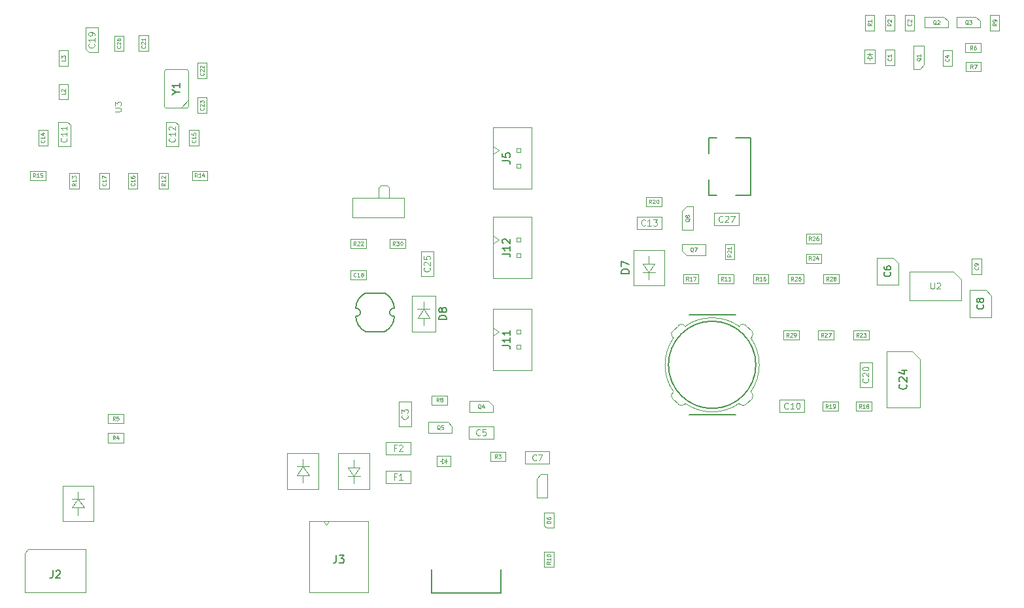
<source format=gbr>
G04 #@! TF.GenerationSoftware,KiCad,Pcbnew,5.0.1-33cea8e~68~ubuntu18.04.1*
G04 #@! TF.CreationDate,2018-11-04T18:28:44+03:00*
G04 #@! TF.ProjectId,AA-PI-Display-Board-RaspberryPi3,41412D50492D446973706C61792D426F,02*
G04 #@! TF.SameCoordinates,Original*
G04 #@! TF.FileFunction,Other,Fab,Top*
%FSLAX46Y46*%
G04 Gerber Fmt 4.6, Leading zero omitted, Abs format (unit mm)*
G04 Created by KiCad (PCBNEW 5.0.1-33cea8e~68~ubuntu18.04.1) date Sun 04 Nov 2018 18:28:44 MSK*
%MOMM*%
%LPD*%
G01*
G04 APERTURE LIST*
%ADD10C,0.100000*%
%ADD11C,0.203200*%
%ADD12C,0.150000*%
%ADD13C,0.050800*%
%ADD14C,0.080000*%
%ADD15C,0.120000*%
%ADD16C,0.130000*%
%ADD17C,0.075000*%
G04 APERTURE END LIST*
D10*
G04 #@! TO.C,C23*
X83150000Y-77500000D02*
X81950000Y-77500000D01*
X81950000Y-77500000D02*
X81950000Y-75500000D01*
X81950000Y-75500000D02*
X83150000Y-75500000D01*
X83150000Y-75500000D02*
X83150000Y-77500000D01*
D11*
G04 #@! TO.C,J4*
X112250000Y-139700000D02*
X121250000Y-139700000D01*
X112250000Y-139694000D02*
X112250000Y-136690000D01*
X121250000Y-136700000D02*
X121250000Y-139694000D01*
D12*
G04 #@! TO.C,J1*
X153550000Y-88150000D02*
X153550000Y-80750000D01*
X148200000Y-80750000D02*
X149200000Y-80750000D01*
X151600000Y-80750000D02*
X153550000Y-80750000D01*
X151600000Y-88150000D02*
X153550000Y-88150000D01*
X148200000Y-88150000D02*
X149200000Y-88150000D01*
X148200000Y-82750000D02*
X148200000Y-80750000D01*
X148200000Y-88150000D02*
X148200000Y-86150000D01*
D10*
G04 #@! TO.C,C1*
X172200000Y-69300000D02*
X172200000Y-71300000D01*
X171000000Y-69300000D02*
X172200000Y-69300000D01*
X171000000Y-71300000D02*
X171000000Y-69300000D01*
X172200000Y-71300000D02*
X171000000Y-71300000D01*
G04 #@! TO.C,C2*
X173550000Y-64800000D02*
X174750000Y-64800000D01*
X174750000Y-64800000D02*
X174750000Y-66800000D01*
X174750000Y-66800000D02*
X173550000Y-66800000D01*
X173550000Y-66800000D02*
X173550000Y-64800000D01*
G04 #@! TO.C,C3*
X108030000Y-114940000D02*
X109630000Y-114940000D01*
X109630000Y-114940000D02*
X109630000Y-118140000D01*
X109630000Y-118140000D02*
X108030000Y-118140000D01*
X108030000Y-118140000D02*
X108030000Y-114940000D01*
G04 #@! TO.C,C4*
X178450000Y-71400000D02*
X178450000Y-69400000D01*
X179650000Y-71400000D02*
X178450000Y-71400000D01*
X179650000Y-69400000D02*
X179650000Y-71400000D01*
X178450000Y-69400000D02*
X179650000Y-69400000D01*
G04 #@! TO.C,C5*
X117100000Y-119750000D02*
X117100000Y-118150000D01*
X117100000Y-118150000D02*
X120300000Y-118150000D01*
X120300000Y-118150000D02*
X120300000Y-119750000D01*
X120300000Y-119750000D02*
X117100000Y-119750000D01*
G04 #@! TO.C,C6*
X172730000Y-99760000D02*
X172730000Y-96960000D01*
X172730000Y-96960000D02*
X172030000Y-96260000D01*
X172030000Y-96260000D02*
X169930000Y-96260000D01*
X169930000Y-96260000D02*
X169930000Y-99760000D01*
X169930000Y-99760000D02*
X172730000Y-99760000D01*
G04 #@! TO.C,C7*
X124350000Y-123000000D02*
X124350000Y-121400000D01*
X124350000Y-121400000D02*
X127550000Y-121400000D01*
X127550000Y-121400000D02*
X127550000Y-123000000D01*
X127550000Y-123000000D02*
X124350000Y-123000000D01*
G04 #@! TO.C,C8*
X181946000Y-103982000D02*
X184746000Y-103982000D01*
X181946000Y-100482000D02*
X181946000Y-103982000D01*
X184046000Y-100482000D02*
X181946000Y-100482000D01*
X184746000Y-101182000D02*
X184046000Y-100482000D01*
X184746000Y-103982000D02*
X184746000Y-101182000D01*
G04 #@! TO.C,C9*
X183438000Y-96406000D02*
X183438000Y-98406000D01*
X182238000Y-96406000D02*
X183438000Y-96406000D01*
X182238000Y-98406000D02*
X182238000Y-96406000D01*
X183438000Y-98406000D02*
X182238000Y-98406000D01*
G04 #@! TO.C,C10*
X160550000Y-116300000D02*
X157350000Y-116300000D01*
X160550000Y-114700000D02*
X160550000Y-116300000D01*
X157350000Y-114700000D02*
X160550000Y-114700000D01*
X157350000Y-116300000D02*
X157350000Y-114700000D01*
G04 #@! TO.C,C11*
X65500000Y-81850000D02*
X65500000Y-79050000D01*
X65500000Y-79050000D02*
X65100000Y-78650000D01*
X65100000Y-78650000D02*
X63900000Y-78650000D01*
X63900000Y-78650000D02*
X63900000Y-81850000D01*
X63900000Y-81850000D02*
X65500000Y-81850000D01*
G04 #@! TO.C,C12*
X77900000Y-81850000D02*
X79500000Y-81850000D01*
X77900000Y-78650000D02*
X77900000Y-81850000D01*
X79100000Y-78650000D02*
X77900000Y-78650000D01*
X79500000Y-79050000D02*
X79100000Y-78650000D01*
X79500000Y-81850000D02*
X79500000Y-79050000D01*
G04 #@! TO.C,C13*
X138850000Y-92550000D02*
X138850000Y-90950000D01*
X138850000Y-90950000D02*
X142050000Y-90950000D01*
X142050000Y-90950000D02*
X142050000Y-92550000D01*
X142050000Y-92550000D02*
X138850000Y-92550000D01*
G04 #@! TO.C,C14*
X61350000Y-81700000D02*
X61350000Y-79700000D01*
X62550000Y-81700000D02*
X61350000Y-81700000D01*
X62550000Y-79700000D02*
X62550000Y-81700000D01*
X61350000Y-79700000D02*
X62550000Y-79700000D01*
G04 #@! TO.C,C15*
X82100000Y-81700000D02*
X80900000Y-81700000D01*
X80900000Y-81700000D02*
X80900000Y-79700000D01*
X80900000Y-79700000D02*
X82100000Y-79700000D01*
X82100000Y-79700000D02*
X82100000Y-81700000D01*
G04 #@! TO.C,C16*
X73000000Y-87300000D02*
X73000000Y-85300000D01*
X74200000Y-87300000D02*
X73000000Y-87300000D01*
X74200000Y-85300000D02*
X74200000Y-87300000D01*
X73000000Y-85300000D02*
X74200000Y-85300000D01*
G04 #@! TO.C,C17*
X69300000Y-85300000D02*
X70500000Y-85300000D01*
X70500000Y-85300000D02*
X70500000Y-87300000D01*
X70500000Y-87300000D02*
X69300000Y-87300000D01*
X69300000Y-87300000D02*
X69300000Y-85300000D01*
G04 #@! TO.C,C18*
X103802000Y-97890000D02*
X103802000Y-99090000D01*
X103802000Y-99090000D02*
X101802000Y-99090000D01*
X101802000Y-99090000D02*
X101802000Y-97890000D01*
X101802000Y-97890000D02*
X103802000Y-97890000D01*
G04 #@! TO.C,C19*
X67470000Y-66430000D02*
X67470000Y-69230000D01*
X67470000Y-69230000D02*
X67870000Y-69630000D01*
X67870000Y-69630000D02*
X69070000Y-69630000D01*
X69070000Y-69630000D02*
X69070000Y-66430000D01*
X69070000Y-66430000D02*
X67470000Y-66430000D01*
G04 #@! TO.C,C20*
X167700000Y-113050000D02*
X167700000Y-109850000D01*
X169300000Y-113050000D02*
X167700000Y-113050000D01*
X169300000Y-109850000D02*
X169300000Y-113050000D01*
X167700000Y-109850000D02*
X169300000Y-109850000D01*
G04 #@! TO.C,C21*
X75570000Y-69460000D02*
X74370000Y-69460000D01*
X74370000Y-69460000D02*
X74370000Y-67460000D01*
X74370000Y-67460000D02*
X75570000Y-67460000D01*
X75570000Y-67460000D02*
X75570000Y-69460000D01*
G04 #@! TO.C,C22*
X81950000Y-73000000D02*
X81950000Y-71000000D01*
X83150000Y-73000000D02*
X81950000Y-73000000D01*
X83150000Y-71000000D02*
X83150000Y-73000000D01*
X81950000Y-71000000D02*
X83150000Y-71000000D01*
G04 #@! TO.C,C24*
X175500000Y-115700000D02*
X175500000Y-109400000D01*
X175500000Y-109400000D02*
X174500000Y-108400000D01*
X174500000Y-108400000D02*
X171200000Y-108400000D01*
X171200000Y-108400000D02*
X171200000Y-115700000D01*
X171200000Y-115700000D02*
X175500000Y-115700000D01*
G04 #@! TO.C,C25*
X112500000Y-95450000D02*
X112500000Y-98650000D01*
X110900000Y-95450000D02*
X112500000Y-95450000D01*
X110900000Y-98650000D02*
X110900000Y-95450000D01*
X112500000Y-98650000D02*
X110900000Y-98650000D01*
G04 #@! TO.C,C26*
X72380000Y-69480000D02*
X71180000Y-69480000D01*
X71180000Y-69480000D02*
X71180000Y-67480000D01*
X71180000Y-67480000D02*
X72380000Y-67480000D01*
X72380000Y-67480000D02*
X72380000Y-69480000D01*
G04 #@! TO.C,C27*
X152070000Y-92080000D02*
X148870000Y-92080000D01*
X152070000Y-90480000D02*
X152070000Y-92080000D01*
X148870000Y-90480000D02*
X152070000Y-90480000D01*
X148870000Y-92080000D02*
X148870000Y-90480000D01*
G04 #@! TO.C,D1*
X169000000Y-70400000D02*
X169000000Y-70650000D01*
X168650000Y-70400000D02*
X169000000Y-69900000D01*
X169350000Y-70400000D02*
X168650000Y-70400000D01*
X169000000Y-69900000D02*
X169350000Y-70400000D01*
X169000000Y-69900000D02*
X169000000Y-69700000D01*
X169350000Y-69900000D02*
X168650000Y-69900000D01*
X168300000Y-69300000D02*
X169700000Y-69300000D01*
X168300000Y-71100000D02*
X168300000Y-69300000D01*
X169700000Y-71100000D02*
X168300000Y-71100000D01*
X169700000Y-69300000D02*
X169700000Y-71100000D01*
G04 #@! TO.C,D2*
X66478980Y-127500560D02*
X67279080Y-128651180D01*
X66478980Y-127500560D02*
X65729680Y-128651180D01*
X65729680Y-128651180D02*
X67279080Y-128651180D01*
X67279080Y-127500560D02*
X65678880Y-127500560D01*
X66478980Y-128651180D02*
X66478980Y-129649400D01*
X66478980Y-127500560D02*
X66478980Y-126598860D01*
X68480000Y-130450000D02*
X68480000Y-125850000D01*
X68480000Y-130450000D02*
X64480000Y-130450000D01*
X64480000Y-125850000D02*
X68480000Y-125850000D01*
X64480000Y-130450000D02*
X64480000Y-125850000D01*
G04 #@! TO.C,D3*
X95598980Y-123300560D02*
X96399080Y-124451180D01*
X95598980Y-123300560D02*
X94849680Y-124451180D01*
X94849680Y-124451180D02*
X96399080Y-124451180D01*
X96399080Y-123300560D02*
X94798880Y-123300560D01*
X95598980Y-124451180D02*
X95598980Y-125449400D01*
X95598980Y-123300560D02*
X95598980Y-122398860D01*
X97600000Y-126250000D02*
X97600000Y-121650000D01*
X97600000Y-126250000D02*
X93600000Y-126250000D01*
X93600000Y-121650000D02*
X97600000Y-121650000D01*
X93600000Y-126250000D02*
X93600000Y-121650000D01*
G04 #@! TO.C,D4*
X104200000Y-121650000D02*
X104200000Y-126250000D01*
X104200000Y-126250000D02*
X100200000Y-126250000D01*
X100200000Y-121650000D02*
X104200000Y-121650000D01*
X100200000Y-121650000D02*
X100200000Y-126250000D01*
X102201020Y-124599440D02*
X102201020Y-125501140D01*
X102201020Y-123448820D02*
X102201020Y-122450600D01*
X101400920Y-124599440D02*
X103001120Y-124599440D01*
X102950320Y-123448820D02*
X101400920Y-123448820D01*
X102201020Y-124599440D02*
X102950320Y-123448820D01*
X102201020Y-124599440D02*
X101400920Y-123448820D01*
G04 #@! TO.C,D5*
X114716000Y-123340000D02*
X112916000Y-123340000D01*
X112916000Y-123340000D02*
X112916000Y-121940000D01*
X112916000Y-121940000D02*
X114716000Y-121940000D01*
X114716000Y-121940000D02*
X114716000Y-123340000D01*
X114116000Y-122990000D02*
X114116000Y-122290000D01*
X114116000Y-122640000D02*
X114316000Y-122640000D01*
X114116000Y-122640000D02*
X113616000Y-122990000D01*
X113616000Y-122990000D02*
X113616000Y-122290000D01*
X113616000Y-122290000D02*
X114116000Y-122640000D01*
X113616000Y-122640000D02*
X113366000Y-122640000D01*
G04 #@! TO.C,D6*
X126868000Y-129294000D02*
X126868000Y-130994000D01*
X126868000Y-130994000D02*
X127168000Y-131294000D01*
X127168000Y-131294000D02*
X128068000Y-131294000D01*
X128068000Y-131294000D02*
X128068000Y-129294000D01*
X128068000Y-129294000D02*
X126868000Y-129294000D01*
G04 #@! TO.C,D7*
X142400000Y-95250000D02*
X142400000Y-99850000D01*
X142400000Y-99850000D02*
X138400000Y-99850000D01*
X138400000Y-95250000D02*
X142400000Y-95250000D01*
X138400000Y-95250000D02*
X138400000Y-99850000D01*
X140401020Y-98199440D02*
X140401020Y-99101140D01*
X140401020Y-97048820D02*
X140401020Y-96050600D01*
X139600920Y-98199440D02*
X141201120Y-98199440D01*
X141150320Y-97048820D02*
X139600920Y-97048820D01*
X140401020Y-98199440D02*
X141150320Y-97048820D01*
X140401020Y-98199440D02*
X139600920Y-97048820D01*
G04 #@! TO.C,D8*
X109750000Y-105850000D02*
X109750000Y-101250000D01*
X109750000Y-101250000D02*
X112750000Y-101250000D01*
X112750000Y-105850000D02*
X109750000Y-105850000D01*
X112750000Y-105850000D02*
X112750000Y-101250000D01*
X111248980Y-102900560D02*
X111248980Y-101998860D01*
X111248980Y-104051180D02*
X111248980Y-105049400D01*
X112049080Y-102900560D02*
X110448880Y-102900560D01*
X110499680Y-104051180D02*
X112049080Y-104051180D01*
X111248980Y-102900560D02*
X110499680Y-104051180D01*
X111248980Y-102900560D02*
X112049080Y-104051180D01*
G04 #@! TO.C,F1*
X109550000Y-123900000D02*
X109550000Y-125500000D01*
X109550000Y-125500000D02*
X106350000Y-125500000D01*
X106350000Y-125500000D02*
X106350000Y-123900000D01*
X106350000Y-123900000D02*
X109550000Y-123900000D01*
G04 #@! TO.C,F2*
X109550000Y-121780000D02*
X106350000Y-121780000D01*
X109550000Y-120180000D02*
X109550000Y-121780000D01*
X106350000Y-120180000D02*
X109550000Y-120180000D01*
X106350000Y-121780000D02*
X106350000Y-120180000D01*
G04 #@! TO.C,J2*
X59600000Y-134550000D02*
X59600000Y-139650000D01*
X67500000Y-134100000D02*
X60050000Y-134100000D01*
X59600000Y-134550000D02*
X60050000Y-134100000D01*
X59600000Y-139670000D02*
X67500000Y-139670000D01*
X67500000Y-139670000D02*
X67500000Y-134100000D01*
G04 #@! TO.C,J3*
X98650000Y-130950000D02*
X99000000Y-130450000D01*
X104100000Y-139650000D02*
X104100000Y-130450000D01*
X96400000Y-139650000D02*
X104100000Y-139650000D01*
X96400000Y-130450000D02*
X96400000Y-139650000D01*
X96400000Y-130450000D02*
X104100000Y-130450000D01*
X98300000Y-130450000D02*
X98650000Y-130950000D01*
G04 #@! TO.C,J5*
X120250000Y-79375000D02*
X120250000Y-87325000D01*
X125250000Y-79375000D02*
X125250000Y-87325000D01*
X120250000Y-79375000D02*
X125250000Y-79375000D01*
X120250000Y-87325000D02*
X125250000Y-87325000D01*
X123750000Y-82100000D02*
X123250000Y-82100000D01*
X123250000Y-82100000D02*
X123250000Y-82600000D01*
X123250000Y-82600000D02*
X123750000Y-82600000D01*
X123750000Y-82600000D02*
X123750000Y-82100000D01*
X123750000Y-84100000D02*
X123250000Y-84100000D01*
X123250000Y-84100000D02*
X123250000Y-84600000D01*
X123250000Y-84600000D02*
X123750000Y-84600000D01*
X123750000Y-84600000D02*
X123750000Y-84100000D01*
X120250000Y-81850000D02*
X120957107Y-82350000D01*
X120957107Y-82350000D02*
X120250000Y-82850000D01*
G04 #@! TO.C,J11*
X120957107Y-105850000D02*
X120250000Y-106350000D01*
X120250000Y-105350000D02*
X120957107Y-105850000D01*
X123750000Y-108100000D02*
X123750000Y-107600000D01*
X123250000Y-108100000D02*
X123750000Y-108100000D01*
X123250000Y-107600000D02*
X123250000Y-108100000D01*
X123750000Y-107600000D02*
X123250000Y-107600000D01*
X123750000Y-106100000D02*
X123750000Y-105600000D01*
X123250000Y-106100000D02*
X123750000Y-106100000D01*
X123250000Y-105600000D02*
X123250000Y-106100000D01*
X123750000Y-105600000D02*
X123250000Y-105600000D01*
X120250000Y-110825000D02*
X125250000Y-110825000D01*
X120250000Y-102875000D02*
X125250000Y-102875000D01*
X125250000Y-102875000D02*
X125250000Y-110825000D01*
X120250000Y-102875000D02*
X120250000Y-110825000D01*
G04 #@! TO.C,J12*
X120250000Y-90975000D02*
X120250000Y-98925000D01*
X125250000Y-90975000D02*
X125250000Y-98925000D01*
X120250000Y-90975000D02*
X125250000Y-90975000D01*
X120250000Y-98925000D02*
X125250000Y-98925000D01*
X123750000Y-93700000D02*
X123250000Y-93700000D01*
X123250000Y-93700000D02*
X123250000Y-94200000D01*
X123250000Y-94200000D02*
X123750000Y-94200000D01*
X123750000Y-94200000D02*
X123750000Y-93700000D01*
X123750000Y-95700000D02*
X123250000Y-95700000D01*
X123250000Y-95700000D02*
X123250000Y-96200000D01*
X123250000Y-96200000D02*
X123750000Y-96200000D01*
X123750000Y-96200000D02*
X123750000Y-95700000D01*
X120250000Y-93450000D02*
X120957107Y-93950000D01*
X120957107Y-93950000D02*
X120250000Y-94450000D01*
D11*
G04 #@! TO.C,L1*
X145600000Y-103650000D02*
X151600000Y-103650000D01*
X151600000Y-116650000D02*
X145600000Y-116650000D01*
D13*
X143600000Y-113650000D02*
X143453600Y-113796400D01*
X143453600Y-114503600D02*
G75*
G02X143453600Y-113796400I353600J353600D01*
G01*
X143453600Y-114503600D02*
X144246400Y-115296400D01*
X144953600Y-115296400D02*
G75*
G02X144246400Y-115296400I-353600J353600D01*
G01*
X144953600Y-115296400D02*
X145100000Y-115150000D01*
X152100000Y-115150000D02*
X152246400Y-115296400D01*
X152953600Y-115296400D02*
G75*
G02X152246400Y-115296400I-353600J353600D01*
G01*
X152953600Y-115296400D02*
X153746400Y-114503600D01*
X153746400Y-113796400D02*
G75*
G02X153746400Y-114503600I-353600J-353600D01*
G01*
X153746400Y-113796400D02*
X153600000Y-113650000D01*
X145100000Y-105150000D02*
X144953600Y-105003600D01*
X144246400Y-105003600D02*
G75*
G02X144953600Y-105003600I353600J-353600D01*
G01*
X144246400Y-105003600D02*
X143453600Y-105796400D01*
X143453600Y-106503600D02*
G75*
G02X143453600Y-105796400I353600J353600D01*
G01*
X143453600Y-106503600D02*
X143600000Y-106650000D01*
X153600000Y-106650000D02*
X153746400Y-106503600D01*
X153746400Y-105796400D02*
G75*
G02X153746400Y-106503600I-353600J-353600D01*
G01*
X153746400Y-105796400D02*
X152953600Y-105003600D01*
X152246400Y-105003600D02*
G75*
G02X152953600Y-105003600I353600J-353600D01*
G01*
X152246400Y-105003600D02*
X152100000Y-105150000D01*
X145100001Y-115150000D02*
G75*
G03X152100000Y-115150000I3499999J5000003D01*
G01*
X153600000Y-113649999D02*
G75*
G03X153600000Y-106650000I-5000003J3499999D01*
G01*
X152099999Y-105150000D02*
G75*
G03X145100000Y-105150000I-3499999J-5000003D01*
G01*
X143600000Y-106650001D02*
G75*
G03X143600000Y-113650000I5000003J-3499999D01*
G01*
D11*
X154256800Y-110150000D02*
G75*
G03X154256800Y-110150000I-5656800J0D01*
G01*
D10*
G04 #@! TO.C,L2*
X64000000Y-75750000D02*
X64000000Y-73750000D01*
X65200000Y-75750000D02*
X64000000Y-75750000D01*
X65200000Y-73750000D02*
X65200000Y-75750000D01*
X64000000Y-73750000D02*
X65200000Y-73750000D01*
G04 #@! TO.C,L3*
X65200000Y-71400000D02*
X64000000Y-71400000D01*
X64000000Y-71400000D02*
X64000000Y-69400000D01*
X64000000Y-69400000D02*
X65200000Y-69400000D01*
X65200000Y-69400000D02*
X65200000Y-71400000D01*
D11*
G04 #@! TO.C,L4*
X106200000Y-100850000D02*
X103700000Y-100850000D01*
X102700000Y-103850000D02*
G75*
G03X102700000Y-102850000I-166701J500000D01*
G01*
X103700000Y-105850000D02*
X106200000Y-105850000D01*
X102700000Y-103850000D02*
X102450000Y-103850000D01*
X102700000Y-102850000D02*
X102450000Y-102850000D01*
X103700001Y-105850000D02*
G75*
G02X102450000Y-103850000I1124998J2093750D01*
G01*
X103700002Y-100850000D02*
G75*
G03X102450000Y-102850000I999799J-2015501D01*
G01*
X107200000Y-102850000D02*
G75*
G03X107200000Y-103850000I166701J-500000D01*
G01*
X107200000Y-102850000D02*
X107450000Y-102850000D01*
X107200000Y-103850000D02*
X107450000Y-103850000D01*
X106199999Y-100850000D02*
G75*
G02X107450000Y-102850000I-1124998J-2093750D01*
G01*
X106199998Y-105850000D02*
G75*
G03X107450000Y-103850000I-999799J2015501D01*
G01*
D10*
G04 #@! TO.C,Q1*
X176050000Y-68780000D02*
X174650000Y-68780000D01*
X174650000Y-71820000D02*
X174650000Y-68780000D01*
X176050000Y-71250000D02*
X175500000Y-71820000D01*
X175500000Y-71820000D02*
X174650000Y-71820000D01*
X176050000Y-71250000D02*
X176050000Y-68800000D01*
G04 #@! TO.C,Q2*
X178600000Y-65050000D02*
X176150000Y-65050000D01*
X179170000Y-65600000D02*
X179170000Y-66450000D01*
X178600000Y-65050000D02*
X179170000Y-65600000D01*
X179170000Y-66450000D02*
X176130000Y-66450000D01*
X176130000Y-65050000D02*
X176130000Y-66450000D01*
G04 #@! TO.C,Q3*
X180280000Y-65050000D02*
X180280000Y-66450000D01*
X183320000Y-66450000D02*
X180280000Y-66450000D01*
X182750000Y-65050000D02*
X183320000Y-65600000D01*
X183320000Y-65600000D02*
X183320000Y-66450000D01*
X182750000Y-65050000D02*
X180300000Y-65050000D01*
G04 #@! TO.C,Q4*
X117180000Y-114850000D02*
X117180000Y-116250000D01*
X120220000Y-116250000D02*
X117180000Y-116250000D01*
X119650000Y-114850000D02*
X120220000Y-115400000D01*
X120220000Y-115400000D02*
X120220000Y-116250000D01*
X119650000Y-114850000D02*
X117200000Y-114850000D01*
G04 #@! TO.C,Q5*
X114354000Y-117568000D02*
X111904000Y-117568000D01*
X114924000Y-118118000D02*
X114924000Y-118968000D01*
X114354000Y-117568000D02*
X114924000Y-118118000D01*
X114924000Y-118968000D02*
X111884000Y-118968000D01*
X111884000Y-117568000D02*
X111884000Y-118968000D01*
G04 #@! TO.C,Q6*
X125900000Y-124900000D02*
X125900000Y-127350000D01*
X126450000Y-124330000D02*
X127300000Y-124330000D01*
X125900000Y-124900000D02*
X126450000Y-124330000D01*
X127300000Y-124330000D02*
X127300000Y-127370000D01*
X125900000Y-127370000D02*
X127300000Y-127370000D01*
G04 #@! TO.C,Q7*
X147720000Y-95950000D02*
X147720000Y-94550000D01*
X144680000Y-94550000D02*
X147720000Y-94550000D01*
X145250000Y-95950000D02*
X144680000Y-95400000D01*
X144680000Y-95400000D02*
X144680000Y-94550000D01*
X145250000Y-95950000D02*
X147700000Y-95950000D01*
G04 #@! TO.C,Q8*
X144700000Y-90200000D02*
X144700000Y-92650000D01*
X145250000Y-89630000D02*
X146100000Y-89630000D01*
X144700000Y-90200000D02*
X145250000Y-89630000D01*
X146100000Y-89630000D02*
X146100000Y-92670000D01*
X144700000Y-92670000D02*
X146100000Y-92670000D01*
G04 #@! TO.C,R1*
X168400000Y-64800000D02*
X169600000Y-64800000D01*
X169600000Y-64800000D02*
X169600000Y-66800000D01*
X169600000Y-66800000D02*
X168400000Y-66800000D01*
X168400000Y-66800000D02*
X168400000Y-64800000D01*
G04 #@! TO.C,R2*
X171000000Y-66800000D02*
X171000000Y-64800000D01*
X172200000Y-66800000D02*
X171000000Y-66800000D01*
X172200000Y-64800000D02*
X172200000Y-66800000D01*
X171000000Y-64800000D02*
X172200000Y-64800000D01*
G04 #@! TO.C,R3*
X119850000Y-121450000D02*
X121850000Y-121450000D01*
X119850000Y-122650000D02*
X119850000Y-121450000D01*
X121850000Y-122650000D02*
X119850000Y-122650000D01*
X121850000Y-121450000D02*
X121850000Y-122650000D01*
G04 #@! TO.C,R4*
X72370000Y-119020000D02*
X72370000Y-120220000D01*
X72370000Y-120220000D02*
X70370000Y-120220000D01*
X70370000Y-120220000D02*
X70370000Y-119020000D01*
X70370000Y-119020000D02*
X72370000Y-119020000D01*
G04 #@! TO.C,R5*
X70370000Y-116520000D02*
X72370000Y-116520000D01*
X70370000Y-117720000D02*
X70370000Y-116520000D01*
X72370000Y-117720000D02*
X70370000Y-117720000D01*
X72370000Y-116520000D02*
X72370000Y-117720000D01*
G04 #@! TO.C,R6*
X181400000Y-69650000D02*
X181400000Y-68450000D01*
X181400000Y-68450000D02*
X183400000Y-68450000D01*
X183400000Y-68450000D02*
X183400000Y-69650000D01*
X183400000Y-69650000D02*
X181400000Y-69650000D01*
G04 #@! TO.C,R7*
X181425000Y-70900000D02*
X183425000Y-70900000D01*
X181425000Y-72100000D02*
X181425000Y-70900000D01*
X183425000Y-72100000D02*
X181425000Y-72100000D01*
X183425000Y-70900000D02*
X183425000Y-72100000D01*
G04 #@! TO.C,R8*
X114300000Y-114120000D02*
X114300000Y-115320000D01*
X114300000Y-115320000D02*
X112300000Y-115320000D01*
X112300000Y-115320000D02*
X112300000Y-114120000D01*
X112300000Y-114120000D02*
X114300000Y-114120000D01*
G04 #@! TO.C,R9*
X185800000Y-66800000D02*
X184600000Y-66800000D01*
X184600000Y-66800000D02*
X184600000Y-64800000D01*
X184600000Y-64800000D02*
X185800000Y-64800000D01*
X185800000Y-64800000D02*
X185800000Y-66800000D01*
G04 #@! TO.C,R10*
X128068000Y-134374000D02*
X128068000Y-136374000D01*
X126868000Y-134374000D02*
X128068000Y-134374000D01*
X126868000Y-136374000D02*
X126868000Y-134374000D01*
X128068000Y-136374000D02*
X126868000Y-136374000D01*
G04 #@! TO.C,R11*
X151350000Y-99600000D02*
X149350000Y-99600000D01*
X151350000Y-98400000D02*
X151350000Y-99600000D01*
X149350000Y-98400000D02*
X151350000Y-98400000D01*
X149350000Y-99600000D02*
X149350000Y-98400000D01*
G04 #@! TO.C,R12*
X78150000Y-87300000D02*
X76950000Y-87300000D01*
X76950000Y-87300000D02*
X76950000Y-85300000D01*
X76950000Y-85300000D02*
X78150000Y-85300000D01*
X78150000Y-85300000D02*
X78150000Y-87300000D01*
G04 #@! TO.C,R13*
X66600000Y-85300000D02*
X66600000Y-87300000D01*
X65400000Y-85300000D02*
X66600000Y-85300000D01*
X65400000Y-87300000D02*
X65400000Y-85300000D01*
X66600000Y-87300000D02*
X65400000Y-87300000D01*
G04 #@! TO.C,R14*
X81250000Y-85000000D02*
X83250000Y-85000000D01*
X81250000Y-86200000D02*
X81250000Y-85000000D01*
X83250000Y-86200000D02*
X81250000Y-86200000D01*
X83250000Y-85000000D02*
X83250000Y-86200000D01*
G04 #@! TO.C,R15*
X60300000Y-86200000D02*
X60300000Y-85000000D01*
X60300000Y-85000000D02*
X62300000Y-85000000D01*
X62300000Y-85000000D02*
X62300000Y-86200000D01*
X62300000Y-86200000D02*
X60300000Y-86200000D01*
G04 #@! TO.C,R16*
X153900000Y-98400000D02*
X155900000Y-98400000D01*
X153900000Y-99600000D02*
X153900000Y-98400000D01*
X155900000Y-99600000D02*
X153900000Y-99600000D01*
X155900000Y-98400000D02*
X155900000Y-99600000D01*
G04 #@! TO.C,R17*
X146850000Y-98400000D02*
X146850000Y-99600000D01*
X146850000Y-99600000D02*
X144850000Y-99600000D01*
X144850000Y-99600000D02*
X144850000Y-98400000D01*
X144850000Y-98400000D02*
X146850000Y-98400000D01*
G04 #@! TO.C,R18*
X167236000Y-116144000D02*
X167236000Y-114944000D01*
X167236000Y-114944000D02*
X169236000Y-114944000D01*
X169236000Y-114944000D02*
X169236000Y-116144000D01*
X169236000Y-116144000D02*
X167236000Y-116144000D01*
G04 #@! TO.C,R19*
X164900000Y-116144000D02*
X162900000Y-116144000D01*
X164900000Y-114944000D02*
X164900000Y-116144000D01*
X162900000Y-114944000D02*
X164900000Y-114944000D01*
X162900000Y-116144000D02*
X162900000Y-114944000D01*
G04 #@! TO.C,R20*
X142050000Y-89600000D02*
X140050000Y-89600000D01*
X142050000Y-88400000D02*
X142050000Y-89600000D01*
X140050000Y-88400000D02*
X142050000Y-88400000D01*
X140050000Y-89600000D02*
X140050000Y-88400000D01*
G04 #@! TO.C,R21*
X150250000Y-94500000D02*
X151450000Y-94500000D01*
X151450000Y-94500000D02*
X151450000Y-96500000D01*
X151450000Y-96500000D02*
X150250000Y-96500000D01*
X150250000Y-96500000D02*
X150250000Y-94500000D01*
G04 #@! TO.C,R22*
X103802000Y-93826000D02*
X103802000Y-95026000D01*
X103802000Y-95026000D02*
X101802000Y-95026000D01*
X101802000Y-95026000D02*
X101802000Y-93826000D01*
X101802000Y-93826000D02*
X103802000Y-93826000D01*
G04 #@! TO.C,R23*
X166886000Y-106900000D02*
X166886000Y-105700000D01*
X166886000Y-105700000D02*
X168886000Y-105700000D01*
X168886000Y-105700000D02*
X168886000Y-106900000D01*
X168886000Y-106900000D02*
X166886000Y-106900000D01*
G04 #@! TO.C,R24*
X162750000Y-95750000D02*
X162750000Y-96950000D01*
X162750000Y-96950000D02*
X160750000Y-96950000D01*
X160750000Y-96950000D02*
X160750000Y-95750000D01*
X160750000Y-95750000D02*
X162750000Y-95750000D01*
G04 #@! TO.C,R25*
X160450000Y-99600000D02*
X158450000Y-99600000D01*
X160450000Y-98400000D02*
X160450000Y-99600000D01*
X158450000Y-98400000D02*
X160450000Y-98400000D01*
X158450000Y-99600000D02*
X158450000Y-98400000D01*
G04 #@! TO.C,R26*
X160750000Y-94400000D02*
X160750000Y-93200000D01*
X160750000Y-93200000D02*
X162750000Y-93200000D01*
X162750000Y-93200000D02*
X162750000Y-94400000D01*
X162750000Y-94400000D02*
X160750000Y-94400000D01*
G04 #@! TO.C,R27*
X162314000Y-105700000D02*
X164314000Y-105700000D01*
X162314000Y-106900000D02*
X162314000Y-105700000D01*
X164314000Y-106900000D02*
X162314000Y-106900000D01*
X164314000Y-105700000D02*
X164314000Y-106900000D01*
G04 #@! TO.C,R28*
X165000000Y-99600000D02*
X163000000Y-99600000D01*
X165000000Y-98400000D02*
X165000000Y-99600000D01*
X163000000Y-98400000D02*
X165000000Y-98400000D01*
X163000000Y-99600000D02*
X163000000Y-98400000D01*
G04 #@! TO.C,R29*
X159850000Y-105700000D02*
X159850000Y-106900000D01*
X159850000Y-106900000D02*
X157850000Y-106900000D01*
X157850000Y-106900000D02*
X157850000Y-105700000D01*
X157850000Y-105700000D02*
X159850000Y-105700000D01*
G04 #@! TO.C,R30*
X106882000Y-93826000D02*
X108882000Y-93826000D01*
X106882000Y-95026000D02*
X106882000Y-93826000D01*
X108882000Y-95026000D02*
X106882000Y-95026000D01*
X108882000Y-93826000D02*
X108882000Y-95026000D01*
G04 #@! TO.C,SW2*
X106750000Y-88430000D02*
X106750000Y-87130000D01*
X106750000Y-87130000D02*
X106550000Y-86930000D01*
X106550000Y-86930000D02*
X105700000Y-86930000D01*
X105700000Y-86930000D02*
X105500000Y-87130000D01*
X105500000Y-87130000D02*
X105450000Y-87180000D01*
X105450000Y-87180000D02*
X105450000Y-88480000D01*
X108700000Y-91080000D02*
X108700000Y-88480000D01*
X108700000Y-88480000D02*
X102000000Y-88480000D01*
X102000000Y-88480000D02*
X102000000Y-91080000D01*
X102000000Y-91080000D02*
X108700000Y-91080000D01*
G04 #@! TO.C,U2*
X179854000Y-98096000D02*
X180854000Y-99096000D01*
X179854000Y-98096000D02*
X174154000Y-98096000D01*
X180854000Y-99096000D02*
X180854000Y-101796000D01*
X174154000Y-98096000D02*
X174154000Y-101796000D01*
X180854000Y-101796000D02*
X174154000Y-101796000D01*
G04 #@! TO.C,Y1*
X77610000Y-76650000D02*
X77610000Y-72050000D01*
X77610000Y-72050000D02*
X77810000Y-71850000D01*
X77810000Y-71850000D02*
X80610000Y-71850000D01*
X80610000Y-71850000D02*
X80810000Y-72050000D01*
X80810000Y-72050000D02*
X80810000Y-76650000D01*
X80810000Y-76650000D02*
X80610000Y-76850000D01*
X80610000Y-76850000D02*
X77810000Y-76850000D01*
X77810000Y-76850000D02*
X77610000Y-76650000D01*
X79810000Y-76850000D02*
X80810000Y-75850000D01*
G04 #@! TD*
G04 #@! TO.C,C23*
D14*
X82728571Y-76821428D02*
X82752380Y-76845238D01*
X82776190Y-76916666D01*
X82776190Y-76964285D01*
X82752380Y-77035714D01*
X82704761Y-77083333D01*
X82657142Y-77107142D01*
X82561904Y-77130952D01*
X82490476Y-77130952D01*
X82395238Y-77107142D01*
X82347619Y-77083333D01*
X82300000Y-77035714D01*
X82276190Y-76964285D01*
X82276190Y-76916666D01*
X82300000Y-76845238D01*
X82323809Y-76821428D01*
X82323809Y-76630952D02*
X82300000Y-76607142D01*
X82276190Y-76559523D01*
X82276190Y-76440476D01*
X82300000Y-76392857D01*
X82323809Y-76369047D01*
X82371428Y-76345238D01*
X82419047Y-76345238D01*
X82490476Y-76369047D01*
X82776190Y-76654761D01*
X82776190Y-76345238D01*
X82276190Y-76178571D02*
X82276190Y-75869047D01*
X82466666Y-76035714D01*
X82466666Y-75964285D01*
X82490476Y-75916666D01*
X82514285Y-75892857D01*
X82561904Y-75869047D01*
X82680952Y-75869047D01*
X82728571Y-75892857D01*
X82752380Y-75916666D01*
X82776190Y-75964285D01*
X82776190Y-76107142D01*
X82752380Y-76154761D01*
X82728571Y-76178571D01*
G04 #@! TO.C,U3*
D15*
X71261904Y-77309523D02*
X71909523Y-77309523D01*
X71985714Y-77271428D01*
X72023809Y-77233333D01*
X72061904Y-77157142D01*
X72061904Y-77004761D01*
X72023809Y-76928571D01*
X71985714Y-76890476D01*
X71909523Y-76852380D01*
X71261904Y-76852380D01*
X71261904Y-76547619D02*
X71261904Y-76052380D01*
X71566666Y-76319047D01*
X71566666Y-76204761D01*
X71604761Y-76128571D01*
X71642857Y-76090476D01*
X71719047Y-76052380D01*
X71909523Y-76052380D01*
X71985714Y-76090476D01*
X72023809Y-76128571D01*
X72061904Y-76204761D01*
X72061904Y-76433333D01*
X72023809Y-76509523D01*
X71985714Y-76547619D01*
G04 #@! TO.C,C1*
D14*
X171778571Y-70383333D02*
X171802380Y-70407142D01*
X171826190Y-70478571D01*
X171826190Y-70526190D01*
X171802380Y-70597619D01*
X171754761Y-70645238D01*
X171707142Y-70669047D01*
X171611904Y-70692857D01*
X171540476Y-70692857D01*
X171445238Y-70669047D01*
X171397619Y-70645238D01*
X171350000Y-70597619D01*
X171326190Y-70526190D01*
X171326190Y-70478571D01*
X171350000Y-70407142D01*
X171373809Y-70383333D01*
X171826190Y-69907142D02*
X171826190Y-70192857D01*
X171826190Y-70050000D02*
X171326190Y-70050000D01*
X171397619Y-70097619D01*
X171445238Y-70145238D01*
X171469047Y-70192857D01*
G04 #@! TO.C,C2*
X174328571Y-65883333D02*
X174352380Y-65907142D01*
X174376190Y-65978571D01*
X174376190Y-66026190D01*
X174352380Y-66097619D01*
X174304761Y-66145238D01*
X174257142Y-66169047D01*
X174161904Y-66192857D01*
X174090476Y-66192857D01*
X173995238Y-66169047D01*
X173947619Y-66145238D01*
X173900000Y-66097619D01*
X173876190Y-66026190D01*
X173876190Y-65978571D01*
X173900000Y-65907142D01*
X173923809Y-65883333D01*
X173923809Y-65692857D02*
X173900000Y-65669047D01*
X173876190Y-65621428D01*
X173876190Y-65502380D01*
X173900000Y-65454761D01*
X173923809Y-65430952D01*
X173971428Y-65407142D01*
X174019047Y-65407142D01*
X174090476Y-65430952D01*
X174376190Y-65716666D01*
X174376190Y-65407142D01*
G04 #@! TO.C,C3*
D15*
X109115714Y-116673333D02*
X109153809Y-116711428D01*
X109191904Y-116825714D01*
X109191904Y-116901904D01*
X109153809Y-117016190D01*
X109077619Y-117092380D01*
X109001428Y-117130476D01*
X108849047Y-117168571D01*
X108734761Y-117168571D01*
X108582380Y-117130476D01*
X108506190Y-117092380D01*
X108430000Y-117016190D01*
X108391904Y-116901904D01*
X108391904Y-116825714D01*
X108430000Y-116711428D01*
X108468095Y-116673333D01*
X108391904Y-116406666D02*
X108391904Y-115911428D01*
X108696666Y-116178095D01*
X108696666Y-116063809D01*
X108734761Y-115987619D01*
X108772857Y-115949523D01*
X108849047Y-115911428D01*
X109039523Y-115911428D01*
X109115714Y-115949523D01*
X109153809Y-115987619D01*
X109191904Y-116063809D01*
X109191904Y-116292380D01*
X109153809Y-116368571D01*
X109115714Y-116406666D01*
G04 #@! TO.C,C4*
D14*
X179228571Y-70483333D02*
X179252380Y-70507142D01*
X179276190Y-70578571D01*
X179276190Y-70626190D01*
X179252380Y-70697619D01*
X179204761Y-70745238D01*
X179157142Y-70769047D01*
X179061904Y-70792857D01*
X178990476Y-70792857D01*
X178895238Y-70769047D01*
X178847619Y-70745238D01*
X178800000Y-70697619D01*
X178776190Y-70626190D01*
X178776190Y-70578571D01*
X178800000Y-70507142D01*
X178823809Y-70483333D01*
X178942857Y-70054761D02*
X179276190Y-70054761D01*
X178752380Y-70173809D02*
X179109523Y-70292857D01*
X179109523Y-69983333D01*
G04 #@! TO.C,C5*
D15*
X118566666Y-119235714D02*
X118528571Y-119273809D01*
X118414285Y-119311904D01*
X118338095Y-119311904D01*
X118223809Y-119273809D01*
X118147619Y-119197619D01*
X118109523Y-119121428D01*
X118071428Y-118969047D01*
X118071428Y-118854761D01*
X118109523Y-118702380D01*
X118147619Y-118626190D01*
X118223809Y-118550000D01*
X118338095Y-118511904D01*
X118414285Y-118511904D01*
X118528571Y-118550000D01*
X118566666Y-118588095D01*
X119290476Y-118511904D02*
X118909523Y-118511904D01*
X118871428Y-118892857D01*
X118909523Y-118854761D01*
X118985714Y-118816666D01*
X119176190Y-118816666D01*
X119252380Y-118854761D01*
X119290476Y-118892857D01*
X119328571Y-118969047D01*
X119328571Y-119159523D01*
X119290476Y-119235714D01*
X119252380Y-119273809D01*
X119176190Y-119311904D01*
X118985714Y-119311904D01*
X118909523Y-119273809D01*
X118871428Y-119235714D01*
G04 #@! TO.C,C6*
D16*
X171644285Y-98156666D02*
X171686190Y-98198571D01*
X171728095Y-98324285D01*
X171728095Y-98408095D01*
X171686190Y-98533809D01*
X171602380Y-98617619D01*
X171518571Y-98659523D01*
X171350952Y-98701428D01*
X171225238Y-98701428D01*
X171057619Y-98659523D01*
X170973809Y-98617619D01*
X170890000Y-98533809D01*
X170848095Y-98408095D01*
X170848095Y-98324285D01*
X170890000Y-98198571D01*
X170931904Y-98156666D01*
X170848095Y-97402380D02*
X170848095Y-97570000D01*
X170890000Y-97653809D01*
X170931904Y-97695714D01*
X171057619Y-97779523D01*
X171225238Y-97821428D01*
X171560476Y-97821428D01*
X171644285Y-97779523D01*
X171686190Y-97737619D01*
X171728095Y-97653809D01*
X171728095Y-97486190D01*
X171686190Y-97402380D01*
X171644285Y-97360476D01*
X171560476Y-97318571D01*
X171350952Y-97318571D01*
X171267142Y-97360476D01*
X171225238Y-97402380D01*
X171183333Y-97486190D01*
X171183333Y-97653809D01*
X171225238Y-97737619D01*
X171267142Y-97779523D01*
X171350952Y-97821428D01*
G04 #@! TO.C,C7*
D15*
X125816666Y-122485714D02*
X125778571Y-122523809D01*
X125664285Y-122561904D01*
X125588095Y-122561904D01*
X125473809Y-122523809D01*
X125397619Y-122447619D01*
X125359523Y-122371428D01*
X125321428Y-122219047D01*
X125321428Y-122104761D01*
X125359523Y-121952380D01*
X125397619Y-121876190D01*
X125473809Y-121800000D01*
X125588095Y-121761904D01*
X125664285Y-121761904D01*
X125778571Y-121800000D01*
X125816666Y-121838095D01*
X126083333Y-121761904D02*
X126616666Y-121761904D01*
X126273809Y-122561904D01*
G04 #@! TO.C,C8*
D16*
X183660285Y-102378666D02*
X183702190Y-102420571D01*
X183744095Y-102546285D01*
X183744095Y-102630095D01*
X183702190Y-102755809D01*
X183618380Y-102839619D01*
X183534571Y-102881523D01*
X183366952Y-102923428D01*
X183241238Y-102923428D01*
X183073619Y-102881523D01*
X182989809Y-102839619D01*
X182906000Y-102755809D01*
X182864095Y-102630095D01*
X182864095Y-102546285D01*
X182906000Y-102420571D01*
X182947904Y-102378666D01*
X183241238Y-101875809D02*
X183199333Y-101959619D01*
X183157428Y-102001523D01*
X183073619Y-102043428D01*
X183031714Y-102043428D01*
X182947904Y-102001523D01*
X182906000Y-101959619D01*
X182864095Y-101875809D01*
X182864095Y-101708190D01*
X182906000Y-101624380D01*
X182947904Y-101582476D01*
X183031714Y-101540571D01*
X183073619Y-101540571D01*
X183157428Y-101582476D01*
X183199333Y-101624380D01*
X183241238Y-101708190D01*
X183241238Y-101875809D01*
X183283142Y-101959619D01*
X183325047Y-102001523D01*
X183408857Y-102043428D01*
X183576476Y-102043428D01*
X183660285Y-102001523D01*
X183702190Y-101959619D01*
X183744095Y-101875809D01*
X183744095Y-101708190D01*
X183702190Y-101624380D01*
X183660285Y-101582476D01*
X183576476Y-101540571D01*
X183408857Y-101540571D01*
X183325047Y-101582476D01*
X183283142Y-101624380D01*
X183241238Y-101708190D01*
G04 #@! TO.C,C9*
D14*
X183016571Y-97489333D02*
X183040380Y-97513142D01*
X183064190Y-97584571D01*
X183064190Y-97632190D01*
X183040380Y-97703619D01*
X182992761Y-97751238D01*
X182945142Y-97775047D01*
X182849904Y-97798857D01*
X182778476Y-97798857D01*
X182683238Y-97775047D01*
X182635619Y-97751238D01*
X182588000Y-97703619D01*
X182564190Y-97632190D01*
X182564190Y-97584571D01*
X182588000Y-97513142D01*
X182611809Y-97489333D01*
X183064190Y-97251238D02*
X183064190Y-97156000D01*
X183040380Y-97108380D01*
X183016571Y-97084571D01*
X182945142Y-97036952D01*
X182849904Y-97013142D01*
X182659428Y-97013142D01*
X182611809Y-97036952D01*
X182588000Y-97060761D01*
X182564190Y-97108380D01*
X182564190Y-97203619D01*
X182588000Y-97251238D01*
X182611809Y-97275047D01*
X182659428Y-97298857D01*
X182778476Y-97298857D01*
X182826095Y-97275047D01*
X182849904Y-97251238D01*
X182873714Y-97203619D01*
X182873714Y-97108380D01*
X182849904Y-97060761D01*
X182826095Y-97036952D01*
X182778476Y-97013142D01*
G04 #@! TO.C,C10*
D15*
X158435714Y-115785714D02*
X158397619Y-115823809D01*
X158283333Y-115861904D01*
X158207142Y-115861904D01*
X158092857Y-115823809D01*
X158016666Y-115747619D01*
X157978571Y-115671428D01*
X157940476Y-115519047D01*
X157940476Y-115404761D01*
X157978571Y-115252380D01*
X158016666Y-115176190D01*
X158092857Y-115100000D01*
X158207142Y-115061904D01*
X158283333Y-115061904D01*
X158397619Y-115100000D01*
X158435714Y-115138095D01*
X159197619Y-115861904D02*
X158740476Y-115861904D01*
X158969047Y-115861904D02*
X158969047Y-115061904D01*
X158892857Y-115176190D01*
X158816666Y-115252380D01*
X158740476Y-115290476D01*
X159692857Y-115061904D02*
X159769047Y-115061904D01*
X159845238Y-115100000D01*
X159883333Y-115138095D01*
X159921428Y-115214285D01*
X159959523Y-115366666D01*
X159959523Y-115557142D01*
X159921428Y-115709523D01*
X159883333Y-115785714D01*
X159845238Y-115823809D01*
X159769047Y-115861904D01*
X159692857Y-115861904D01*
X159616666Y-115823809D01*
X159578571Y-115785714D01*
X159540476Y-115709523D01*
X159502380Y-115557142D01*
X159502380Y-115366666D01*
X159540476Y-115214285D01*
X159578571Y-115138095D01*
X159616666Y-115100000D01*
X159692857Y-115061904D01*
G04 #@! TO.C,C11*
X64985714Y-80764285D02*
X65023809Y-80802380D01*
X65061904Y-80916666D01*
X65061904Y-80992857D01*
X65023809Y-81107142D01*
X64947619Y-81183333D01*
X64871428Y-81221428D01*
X64719047Y-81259523D01*
X64604761Y-81259523D01*
X64452380Y-81221428D01*
X64376190Y-81183333D01*
X64300000Y-81107142D01*
X64261904Y-80992857D01*
X64261904Y-80916666D01*
X64300000Y-80802380D01*
X64338095Y-80764285D01*
X65061904Y-80002380D02*
X65061904Y-80459523D01*
X65061904Y-80230952D02*
X64261904Y-80230952D01*
X64376190Y-80307142D01*
X64452380Y-80383333D01*
X64490476Y-80459523D01*
X65061904Y-79240476D02*
X65061904Y-79697619D01*
X65061904Y-79469047D02*
X64261904Y-79469047D01*
X64376190Y-79545238D01*
X64452380Y-79621428D01*
X64490476Y-79697619D01*
G04 #@! TO.C,C12*
X78985714Y-80764285D02*
X79023809Y-80802380D01*
X79061904Y-80916666D01*
X79061904Y-80992857D01*
X79023809Y-81107142D01*
X78947619Y-81183333D01*
X78871428Y-81221428D01*
X78719047Y-81259523D01*
X78604761Y-81259523D01*
X78452380Y-81221428D01*
X78376190Y-81183333D01*
X78300000Y-81107142D01*
X78261904Y-80992857D01*
X78261904Y-80916666D01*
X78300000Y-80802380D01*
X78338095Y-80764285D01*
X79061904Y-80002380D02*
X79061904Y-80459523D01*
X79061904Y-80230952D02*
X78261904Y-80230952D01*
X78376190Y-80307142D01*
X78452380Y-80383333D01*
X78490476Y-80459523D01*
X78338095Y-79697619D02*
X78300000Y-79659523D01*
X78261904Y-79583333D01*
X78261904Y-79392857D01*
X78300000Y-79316666D01*
X78338095Y-79278571D01*
X78414285Y-79240476D01*
X78490476Y-79240476D01*
X78604761Y-79278571D01*
X79061904Y-79735714D01*
X79061904Y-79240476D01*
G04 #@! TO.C,C13*
X139935714Y-92035714D02*
X139897619Y-92073809D01*
X139783333Y-92111904D01*
X139707142Y-92111904D01*
X139592857Y-92073809D01*
X139516666Y-91997619D01*
X139478571Y-91921428D01*
X139440476Y-91769047D01*
X139440476Y-91654761D01*
X139478571Y-91502380D01*
X139516666Y-91426190D01*
X139592857Y-91350000D01*
X139707142Y-91311904D01*
X139783333Y-91311904D01*
X139897619Y-91350000D01*
X139935714Y-91388095D01*
X140697619Y-92111904D02*
X140240476Y-92111904D01*
X140469047Y-92111904D02*
X140469047Y-91311904D01*
X140392857Y-91426190D01*
X140316666Y-91502380D01*
X140240476Y-91540476D01*
X140964285Y-91311904D02*
X141459523Y-91311904D01*
X141192857Y-91616666D01*
X141307142Y-91616666D01*
X141383333Y-91654761D01*
X141421428Y-91692857D01*
X141459523Y-91769047D01*
X141459523Y-91959523D01*
X141421428Y-92035714D01*
X141383333Y-92073809D01*
X141307142Y-92111904D01*
X141078571Y-92111904D01*
X141002380Y-92073809D01*
X140964285Y-92035714D01*
G04 #@! TO.C,C14*
D14*
X62128571Y-81021428D02*
X62152380Y-81045238D01*
X62176190Y-81116666D01*
X62176190Y-81164285D01*
X62152380Y-81235714D01*
X62104761Y-81283333D01*
X62057142Y-81307142D01*
X61961904Y-81330952D01*
X61890476Y-81330952D01*
X61795238Y-81307142D01*
X61747619Y-81283333D01*
X61700000Y-81235714D01*
X61676190Y-81164285D01*
X61676190Y-81116666D01*
X61700000Y-81045238D01*
X61723809Y-81021428D01*
X62176190Y-80545238D02*
X62176190Y-80830952D01*
X62176190Y-80688095D02*
X61676190Y-80688095D01*
X61747619Y-80735714D01*
X61795238Y-80783333D01*
X61819047Y-80830952D01*
X61842857Y-80116666D02*
X62176190Y-80116666D01*
X61652380Y-80235714D02*
X62009523Y-80354761D01*
X62009523Y-80045238D01*
G04 #@! TO.C,C15*
X81678571Y-81021428D02*
X81702380Y-81045238D01*
X81726190Y-81116666D01*
X81726190Y-81164285D01*
X81702380Y-81235714D01*
X81654761Y-81283333D01*
X81607142Y-81307142D01*
X81511904Y-81330952D01*
X81440476Y-81330952D01*
X81345238Y-81307142D01*
X81297619Y-81283333D01*
X81250000Y-81235714D01*
X81226190Y-81164285D01*
X81226190Y-81116666D01*
X81250000Y-81045238D01*
X81273809Y-81021428D01*
X81726190Y-80545238D02*
X81726190Y-80830952D01*
X81726190Y-80688095D02*
X81226190Y-80688095D01*
X81297619Y-80735714D01*
X81345238Y-80783333D01*
X81369047Y-80830952D01*
X81226190Y-80092857D02*
X81226190Y-80330952D01*
X81464285Y-80354761D01*
X81440476Y-80330952D01*
X81416666Y-80283333D01*
X81416666Y-80164285D01*
X81440476Y-80116666D01*
X81464285Y-80092857D01*
X81511904Y-80069047D01*
X81630952Y-80069047D01*
X81678571Y-80092857D01*
X81702380Y-80116666D01*
X81726190Y-80164285D01*
X81726190Y-80283333D01*
X81702380Y-80330952D01*
X81678571Y-80354761D01*
G04 #@! TO.C,C16*
X73778571Y-86621428D02*
X73802380Y-86645238D01*
X73826190Y-86716666D01*
X73826190Y-86764285D01*
X73802380Y-86835714D01*
X73754761Y-86883333D01*
X73707142Y-86907142D01*
X73611904Y-86930952D01*
X73540476Y-86930952D01*
X73445238Y-86907142D01*
X73397619Y-86883333D01*
X73350000Y-86835714D01*
X73326190Y-86764285D01*
X73326190Y-86716666D01*
X73350000Y-86645238D01*
X73373809Y-86621428D01*
X73826190Y-86145238D02*
X73826190Y-86430952D01*
X73826190Y-86288095D02*
X73326190Y-86288095D01*
X73397619Y-86335714D01*
X73445238Y-86383333D01*
X73469047Y-86430952D01*
X73326190Y-85716666D02*
X73326190Y-85811904D01*
X73350000Y-85859523D01*
X73373809Y-85883333D01*
X73445238Y-85930952D01*
X73540476Y-85954761D01*
X73730952Y-85954761D01*
X73778571Y-85930952D01*
X73802380Y-85907142D01*
X73826190Y-85859523D01*
X73826190Y-85764285D01*
X73802380Y-85716666D01*
X73778571Y-85692857D01*
X73730952Y-85669047D01*
X73611904Y-85669047D01*
X73564285Y-85692857D01*
X73540476Y-85716666D01*
X73516666Y-85764285D01*
X73516666Y-85859523D01*
X73540476Y-85907142D01*
X73564285Y-85930952D01*
X73611904Y-85954761D01*
G04 #@! TO.C,C17*
X70078571Y-86621428D02*
X70102380Y-86645238D01*
X70126190Y-86716666D01*
X70126190Y-86764285D01*
X70102380Y-86835714D01*
X70054761Y-86883333D01*
X70007142Y-86907142D01*
X69911904Y-86930952D01*
X69840476Y-86930952D01*
X69745238Y-86907142D01*
X69697619Y-86883333D01*
X69650000Y-86835714D01*
X69626190Y-86764285D01*
X69626190Y-86716666D01*
X69650000Y-86645238D01*
X69673809Y-86621428D01*
X70126190Y-86145238D02*
X70126190Y-86430952D01*
X70126190Y-86288095D02*
X69626190Y-86288095D01*
X69697619Y-86335714D01*
X69745238Y-86383333D01*
X69769047Y-86430952D01*
X69626190Y-85978571D02*
X69626190Y-85645238D01*
X70126190Y-85859523D01*
G04 #@! TO.C,C18*
X102480571Y-98668571D02*
X102456761Y-98692380D01*
X102385333Y-98716190D01*
X102337714Y-98716190D01*
X102266285Y-98692380D01*
X102218666Y-98644761D01*
X102194857Y-98597142D01*
X102171047Y-98501904D01*
X102171047Y-98430476D01*
X102194857Y-98335238D01*
X102218666Y-98287619D01*
X102266285Y-98240000D01*
X102337714Y-98216190D01*
X102385333Y-98216190D01*
X102456761Y-98240000D01*
X102480571Y-98263809D01*
X102956761Y-98716190D02*
X102671047Y-98716190D01*
X102813904Y-98716190D02*
X102813904Y-98216190D01*
X102766285Y-98287619D01*
X102718666Y-98335238D01*
X102671047Y-98359047D01*
X103242476Y-98430476D02*
X103194857Y-98406666D01*
X103171047Y-98382857D01*
X103147238Y-98335238D01*
X103147238Y-98311428D01*
X103171047Y-98263809D01*
X103194857Y-98240000D01*
X103242476Y-98216190D01*
X103337714Y-98216190D01*
X103385333Y-98240000D01*
X103409142Y-98263809D01*
X103432952Y-98311428D01*
X103432952Y-98335238D01*
X103409142Y-98382857D01*
X103385333Y-98406666D01*
X103337714Y-98430476D01*
X103242476Y-98430476D01*
X103194857Y-98454285D01*
X103171047Y-98478095D01*
X103147238Y-98525714D01*
X103147238Y-98620952D01*
X103171047Y-98668571D01*
X103194857Y-98692380D01*
X103242476Y-98716190D01*
X103337714Y-98716190D01*
X103385333Y-98692380D01*
X103409142Y-98668571D01*
X103432952Y-98620952D01*
X103432952Y-98525714D01*
X103409142Y-98478095D01*
X103385333Y-98454285D01*
X103337714Y-98430476D01*
G04 #@! TO.C,C19*
D15*
X68555714Y-68544285D02*
X68593809Y-68582380D01*
X68631904Y-68696666D01*
X68631904Y-68772857D01*
X68593809Y-68887142D01*
X68517619Y-68963333D01*
X68441428Y-69001428D01*
X68289047Y-69039523D01*
X68174761Y-69039523D01*
X68022380Y-69001428D01*
X67946190Y-68963333D01*
X67870000Y-68887142D01*
X67831904Y-68772857D01*
X67831904Y-68696666D01*
X67870000Y-68582380D01*
X67908095Y-68544285D01*
X68631904Y-67782380D02*
X68631904Y-68239523D01*
X68631904Y-68010952D02*
X67831904Y-68010952D01*
X67946190Y-68087142D01*
X68022380Y-68163333D01*
X68060476Y-68239523D01*
X68631904Y-67401428D02*
X68631904Y-67249047D01*
X68593809Y-67172857D01*
X68555714Y-67134761D01*
X68441428Y-67058571D01*
X68289047Y-67020476D01*
X67984285Y-67020476D01*
X67908095Y-67058571D01*
X67870000Y-67096666D01*
X67831904Y-67172857D01*
X67831904Y-67325238D01*
X67870000Y-67401428D01*
X67908095Y-67439523D01*
X67984285Y-67477619D01*
X68174761Y-67477619D01*
X68250952Y-67439523D01*
X68289047Y-67401428D01*
X68327142Y-67325238D01*
X68327142Y-67172857D01*
X68289047Y-67096666D01*
X68250952Y-67058571D01*
X68174761Y-67020476D01*
G04 #@! TO.C,C20*
X168785714Y-111964285D02*
X168823809Y-112002380D01*
X168861904Y-112116666D01*
X168861904Y-112192857D01*
X168823809Y-112307142D01*
X168747619Y-112383333D01*
X168671428Y-112421428D01*
X168519047Y-112459523D01*
X168404761Y-112459523D01*
X168252380Y-112421428D01*
X168176190Y-112383333D01*
X168100000Y-112307142D01*
X168061904Y-112192857D01*
X168061904Y-112116666D01*
X168100000Y-112002380D01*
X168138095Y-111964285D01*
X168138095Y-111659523D02*
X168100000Y-111621428D01*
X168061904Y-111545238D01*
X168061904Y-111354761D01*
X168100000Y-111278571D01*
X168138095Y-111240476D01*
X168214285Y-111202380D01*
X168290476Y-111202380D01*
X168404761Y-111240476D01*
X168861904Y-111697619D01*
X168861904Y-111202380D01*
X168061904Y-110707142D02*
X168061904Y-110630952D01*
X168100000Y-110554761D01*
X168138095Y-110516666D01*
X168214285Y-110478571D01*
X168366666Y-110440476D01*
X168557142Y-110440476D01*
X168709523Y-110478571D01*
X168785714Y-110516666D01*
X168823809Y-110554761D01*
X168861904Y-110630952D01*
X168861904Y-110707142D01*
X168823809Y-110783333D01*
X168785714Y-110821428D01*
X168709523Y-110859523D01*
X168557142Y-110897619D01*
X168366666Y-110897619D01*
X168214285Y-110859523D01*
X168138095Y-110821428D01*
X168100000Y-110783333D01*
X168061904Y-110707142D01*
G04 #@! TO.C,C21*
D14*
X75148571Y-68781428D02*
X75172380Y-68805238D01*
X75196190Y-68876666D01*
X75196190Y-68924285D01*
X75172380Y-68995714D01*
X75124761Y-69043333D01*
X75077142Y-69067142D01*
X74981904Y-69090952D01*
X74910476Y-69090952D01*
X74815238Y-69067142D01*
X74767619Y-69043333D01*
X74720000Y-68995714D01*
X74696190Y-68924285D01*
X74696190Y-68876666D01*
X74720000Y-68805238D01*
X74743809Y-68781428D01*
X74743809Y-68590952D02*
X74720000Y-68567142D01*
X74696190Y-68519523D01*
X74696190Y-68400476D01*
X74720000Y-68352857D01*
X74743809Y-68329047D01*
X74791428Y-68305238D01*
X74839047Y-68305238D01*
X74910476Y-68329047D01*
X75196190Y-68614761D01*
X75196190Y-68305238D01*
X75196190Y-67829047D02*
X75196190Y-68114761D01*
X75196190Y-67971904D02*
X74696190Y-67971904D01*
X74767619Y-68019523D01*
X74815238Y-68067142D01*
X74839047Y-68114761D01*
G04 #@! TO.C,C22*
X82728571Y-72321428D02*
X82752380Y-72345238D01*
X82776190Y-72416666D01*
X82776190Y-72464285D01*
X82752380Y-72535714D01*
X82704761Y-72583333D01*
X82657142Y-72607142D01*
X82561904Y-72630952D01*
X82490476Y-72630952D01*
X82395238Y-72607142D01*
X82347619Y-72583333D01*
X82300000Y-72535714D01*
X82276190Y-72464285D01*
X82276190Y-72416666D01*
X82300000Y-72345238D01*
X82323809Y-72321428D01*
X82323809Y-72130952D02*
X82300000Y-72107142D01*
X82276190Y-72059523D01*
X82276190Y-71940476D01*
X82300000Y-71892857D01*
X82323809Y-71869047D01*
X82371428Y-71845238D01*
X82419047Y-71845238D01*
X82490476Y-71869047D01*
X82776190Y-72154761D01*
X82776190Y-71845238D01*
X82323809Y-71654761D02*
X82300000Y-71630952D01*
X82276190Y-71583333D01*
X82276190Y-71464285D01*
X82300000Y-71416666D01*
X82323809Y-71392857D01*
X82371428Y-71369047D01*
X82419047Y-71369047D01*
X82490476Y-71392857D01*
X82776190Y-71678571D01*
X82776190Y-71369047D01*
G04 #@! TO.C,C24*
D12*
X173707142Y-112692857D02*
X173754761Y-112740476D01*
X173802380Y-112883333D01*
X173802380Y-112978571D01*
X173754761Y-113121428D01*
X173659523Y-113216666D01*
X173564285Y-113264285D01*
X173373809Y-113311904D01*
X173230952Y-113311904D01*
X173040476Y-113264285D01*
X172945238Y-113216666D01*
X172850000Y-113121428D01*
X172802380Y-112978571D01*
X172802380Y-112883333D01*
X172850000Y-112740476D01*
X172897619Y-112692857D01*
X172897619Y-112311904D02*
X172850000Y-112264285D01*
X172802380Y-112169047D01*
X172802380Y-111930952D01*
X172850000Y-111835714D01*
X172897619Y-111788095D01*
X172992857Y-111740476D01*
X173088095Y-111740476D01*
X173230952Y-111788095D01*
X173802380Y-112359523D01*
X173802380Y-111740476D01*
X173135714Y-110883333D02*
X173802380Y-110883333D01*
X172754761Y-111121428D02*
X173469047Y-111359523D01*
X173469047Y-110740476D01*
G04 #@! TO.C,C25*
D15*
X111985714Y-97564285D02*
X112023809Y-97602380D01*
X112061904Y-97716666D01*
X112061904Y-97792857D01*
X112023809Y-97907142D01*
X111947619Y-97983333D01*
X111871428Y-98021428D01*
X111719047Y-98059523D01*
X111604761Y-98059523D01*
X111452380Y-98021428D01*
X111376190Y-97983333D01*
X111300000Y-97907142D01*
X111261904Y-97792857D01*
X111261904Y-97716666D01*
X111300000Y-97602380D01*
X111338095Y-97564285D01*
X111338095Y-97259523D02*
X111300000Y-97221428D01*
X111261904Y-97145238D01*
X111261904Y-96954761D01*
X111300000Y-96878571D01*
X111338095Y-96840476D01*
X111414285Y-96802380D01*
X111490476Y-96802380D01*
X111604761Y-96840476D01*
X112061904Y-97297619D01*
X112061904Y-96802380D01*
X111261904Y-96078571D02*
X111261904Y-96459523D01*
X111642857Y-96497619D01*
X111604761Y-96459523D01*
X111566666Y-96383333D01*
X111566666Y-96192857D01*
X111604761Y-96116666D01*
X111642857Y-96078571D01*
X111719047Y-96040476D01*
X111909523Y-96040476D01*
X111985714Y-96078571D01*
X112023809Y-96116666D01*
X112061904Y-96192857D01*
X112061904Y-96383333D01*
X112023809Y-96459523D01*
X111985714Y-96497619D01*
G04 #@! TO.C,C26*
D14*
X71958571Y-68801428D02*
X71982380Y-68825238D01*
X72006190Y-68896666D01*
X72006190Y-68944285D01*
X71982380Y-69015714D01*
X71934761Y-69063333D01*
X71887142Y-69087142D01*
X71791904Y-69110952D01*
X71720476Y-69110952D01*
X71625238Y-69087142D01*
X71577619Y-69063333D01*
X71530000Y-69015714D01*
X71506190Y-68944285D01*
X71506190Y-68896666D01*
X71530000Y-68825238D01*
X71553809Y-68801428D01*
X71553809Y-68610952D02*
X71530000Y-68587142D01*
X71506190Y-68539523D01*
X71506190Y-68420476D01*
X71530000Y-68372857D01*
X71553809Y-68349047D01*
X71601428Y-68325238D01*
X71649047Y-68325238D01*
X71720476Y-68349047D01*
X72006190Y-68634761D01*
X72006190Y-68325238D01*
X71506190Y-67896666D02*
X71506190Y-67991904D01*
X71530000Y-68039523D01*
X71553809Y-68063333D01*
X71625238Y-68110952D01*
X71720476Y-68134761D01*
X71910952Y-68134761D01*
X71958571Y-68110952D01*
X71982380Y-68087142D01*
X72006190Y-68039523D01*
X72006190Y-67944285D01*
X71982380Y-67896666D01*
X71958571Y-67872857D01*
X71910952Y-67849047D01*
X71791904Y-67849047D01*
X71744285Y-67872857D01*
X71720476Y-67896666D01*
X71696666Y-67944285D01*
X71696666Y-68039523D01*
X71720476Y-68087142D01*
X71744285Y-68110952D01*
X71791904Y-68134761D01*
G04 #@! TO.C,C27*
D15*
X149955714Y-91565714D02*
X149917619Y-91603809D01*
X149803333Y-91641904D01*
X149727142Y-91641904D01*
X149612857Y-91603809D01*
X149536666Y-91527619D01*
X149498571Y-91451428D01*
X149460476Y-91299047D01*
X149460476Y-91184761D01*
X149498571Y-91032380D01*
X149536666Y-90956190D01*
X149612857Y-90880000D01*
X149727142Y-90841904D01*
X149803333Y-90841904D01*
X149917619Y-90880000D01*
X149955714Y-90918095D01*
X150260476Y-90918095D02*
X150298571Y-90880000D01*
X150374761Y-90841904D01*
X150565238Y-90841904D01*
X150641428Y-90880000D01*
X150679523Y-90918095D01*
X150717619Y-90994285D01*
X150717619Y-91070476D01*
X150679523Y-91184761D01*
X150222380Y-91641904D01*
X150717619Y-91641904D01*
X150984285Y-90841904D02*
X151517619Y-90841904D01*
X151174761Y-91641904D01*
G04 #@! TO.C,D6*
D14*
X127694190Y-130663047D02*
X127194190Y-130663047D01*
X127194190Y-130544000D01*
X127218000Y-130472571D01*
X127265619Y-130424952D01*
X127313238Y-130401142D01*
X127408476Y-130377333D01*
X127479904Y-130377333D01*
X127575142Y-130401142D01*
X127622761Y-130424952D01*
X127670380Y-130472571D01*
X127694190Y-130544000D01*
X127694190Y-130663047D01*
X127194190Y-129948761D02*
X127194190Y-130044000D01*
X127218000Y-130091619D01*
X127241809Y-130115428D01*
X127313238Y-130163047D01*
X127408476Y-130186857D01*
X127598952Y-130186857D01*
X127646571Y-130163047D01*
X127670380Y-130139238D01*
X127694190Y-130091619D01*
X127694190Y-129996380D01*
X127670380Y-129948761D01*
X127646571Y-129924952D01*
X127598952Y-129901142D01*
X127479904Y-129901142D01*
X127432285Y-129924952D01*
X127408476Y-129948761D01*
X127384666Y-129996380D01*
X127384666Y-130091619D01*
X127408476Y-130139238D01*
X127432285Y-130163047D01*
X127479904Y-130186857D01*
G04 #@! TO.C,D7*
D12*
X137852380Y-98288095D02*
X136852380Y-98288095D01*
X136852380Y-98050000D01*
X136900000Y-97907142D01*
X136995238Y-97811904D01*
X137090476Y-97764285D01*
X137280952Y-97716666D01*
X137423809Y-97716666D01*
X137614285Y-97764285D01*
X137709523Y-97811904D01*
X137804761Y-97907142D01*
X137852380Y-98050000D01*
X137852380Y-98288095D01*
X136852380Y-97383333D02*
X136852380Y-96716666D01*
X137852380Y-97145238D01*
G04 #@! TO.C,D8*
X114202380Y-104288095D02*
X113202380Y-104288095D01*
X113202380Y-104050000D01*
X113250000Y-103907142D01*
X113345238Y-103811904D01*
X113440476Y-103764285D01*
X113630952Y-103716666D01*
X113773809Y-103716666D01*
X113964285Y-103764285D01*
X114059523Y-103811904D01*
X114154761Y-103907142D01*
X114202380Y-104050000D01*
X114202380Y-104288095D01*
X113630952Y-103145238D02*
X113583333Y-103240476D01*
X113535714Y-103288095D01*
X113440476Y-103335714D01*
X113392857Y-103335714D01*
X113297619Y-103288095D01*
X113250000Y-103240476D01*
X113202380Y-103145238D01*
X113202380Y-102954761D01*
X113250000Y-102859523D01*
X113297619Y-102811904D01*
X113392857Y-102764285D01*
X113440476Y-102764285D01*
X113535714Y-102811904D01*
X113583333Y-102859523D01*
X113630952Y-102954761D01*
X113630952Y-103145238D01*
X113678571Y-103240476D01*
X113726190Y-103288095D01*
X113821428Y-103335714D01*
X114011904Y-103335714D01*
X114107142Y-103288095D01*
X114154761Y-103240476D01*
X114202380Y-103145238D01*
X114202380Y-102954761D01*
X114154761Y-102859523D01*
X114107142Y-102811904D01*
X114011904Y-102764285D01*
X113821428Y-102764285D01*
X113726190Y-102811904D01*
X113678571Y-102859523D01*
X113630952Y-102954761D01*
G04 #@! TO.C,F1*
D15*
X107683333Y-124642857D02*
X107416666Y-124642857D01*
X107416666Y-125061904D02*
X107416666Y-124261904D01*
X107797619Y-124261904D01*
X108521428Y-125061904D02*
X108064285Y-125061904D01*
X108292857Y-125061904D02*
X108292857Y-124261904D01*
X108216666Y-124376190D01*
X108140476Y-124452380D01*
X108064285Y-124490476D01*
G04 #@! TO.C,F2*
X107683333Y-120922857D02*
X107416666Y-120922857D01*
X107416666Y-121341904D02*
X107416666Y-120541904D01*
X107797619Y-120541904D01*
X108064285Y-120618095D02*
X108102380Y-120580000D01*
X108178571Y-120541904D01*
X108369047Y-120541904D01*
X108445238Y-120580000D01*
X108483333Y-120618095D01*
X108521428Y-120694285D01*
X108521428Y-120770476D01*
X108483333Y-120884761D01*
X108026190Y-121341904D01*
X108521428Y-121341904D01*
G04 #@! TO.C,J2*
D12*
X63216666Y-136802380D02*
X63216666Y-137516666D01*
X63169047Y-137659523D01*
X63073809Y-137754761D01*
X62930952Y-137802380D01*
X62835714Y-137802380D01*
X63645238Y-136897619D02*
X63692857Y-136850000D01*
X63788095Y-136802380D01*
X64026190Y-136802380D01*
X64121428Y-136850000D01*
X64169047Y-136897619D01*
X64216666Y-136992857D01*
X64216666Y-137088095D01*
X64169047Y-137230952D01*
X63597619Y-137802380D01*
X64216666Y-137802380D01*
G04 #@! TO.C,J3*
X99916666Y-134852380D02*
X99916666Y-135566666D01*
X99869047Y-135709523D01*
X99773809Y-135804761D01*
X99630952Y-135852380D01*
X99535714Y-135852380D01*
X100297619Y-134852380D02*
X100916666Y-134852380D01*
X100583333Y-135233333D01*
X100726190Y-135233333D01*
X100821428Y-135280952D01*
X100869047Y-135328571D01*
X100916666Y-135423809D01*
X100916666Y-135661904D01*
X100869047Y-135757142D01*
X100821428Y-135804761D01*
X100726190Y-135852380D01*
X100440476Y-135852380D01*
X100345238Y-135804761D01*
X100297619Y-135757142D01*
G04 #@! TO.C,J5*
X121452380Y-83683333D02*
X122166666Y-83683333D01*
X122309523Y-83730952D01*
X122404761Y-83826190D01*
X122452380Y-83969047D01*
X122452380Y-84064285D01*
X121452380Y-82730952D02*
X121452380Y-83207142D01*
X121928571Y-83254761D01*
X121880952Y-83207142D01*
X121833333Y-83111904D01*
X121833333Y-82873809D01*
X121880952Y-82778571D01*
X121928571Y-82730952D01*
X122023809Y-82683333D01*
X122261904Y-82683333D01*
X122357142Y-82730952D01*
X122404761Y-82778571D01*
X122452380Y-82873809D01*
X122452380Y-83111904D01*
X122404761Y-83207142D01*
X122357142Y-83254761D01*
G04 #@! TO.C,J11*
X121452380Y-107659523D02*
X122166666Y-107659523D01*
X122309523Y-107707142D01*
X122404761Y-107802380D01*
X122452380Y-107945238D01*
X122452380Y-108040476D01*
X122452380Y-106659523D02*
X122452380Y-107230952D01*
X122452380Y-106945238D02*
X121452380Y-106945238D01*
X121595238Y-107040476D01*
X121690476Y-107135714D01*
X121738095Y-107230952D01*
X122452380Y-105707142D02*
X122452380Y-106278571D01*
X122452380Y-105992857D02*
X121452380Y-105992857D01*
X121595238Y-106088095D01*
X121690476Y-106183333D01*
X121738095Y-106278571D01*
G04 #@! TO.C,J12*
X121452380Y-95759523D02*
X122166666Y-95759523D01*
X122309523Y-95807142D01*
X122404761Y-95902380D01*
X122452380Y-96045238D01*
X122452380Y-96140476D01*
X122452380Y-94759523D02*
X122452380Y-95330952D01*
X122452380Y-95045238D02*
X121452380Y-95045238D01*
X121595238Y-95140476D01*
X121690476Y-95235714D01*
X121738095Y-95330952D01*
X121547619Y-94378571D02*
X121500000Y-94330952D01*
X121452380Y-94235714D01*
X121452380Y-93997619D01*
X121500000Y-93902380D01*
X121547619Y-93854761D01*
X121642857Y-93807142D01*
X121738095Y-93807142D01*
X121880952Y-93854761D01*
X122452380Y-94426190D01*
X122452380Y-93807142D01*
G04 #@! TO.C,L2*
D14*
X64826190Y-74833333D02*
X64826190Y-75071428D01*
X64326190Y-75071428D01*
X64373809Y-74690476D02*
X64350000Y-74666666D01*
X64326190Y-74619047D01*
X64326190Y-74500000D01*
X64350000Y-74452380D01*
X64373809Y-74428571D01*
X64421428Y-74404761D01*
X64469047Y-74404761D01*
X64540476Y-74428571D01*
X64826190Y-74714285D01*
X64826190Y-74404761D01*
G04 #@! TO.C,L3*
X64826190Y-70483333D02*
X64826190Y-70721428D01*
X64326190Y-70721428D01*
X64326190Y-70364285D02*
X64326190Y-70054761D01*
X64516666Y-70221428D01*
X64516666Y-70150000D01*
X64540476Y-70102380D01*
X64564285Y-70078571D01*
X64611904Y-70054761D01*
X64730952Y-70054761D01*
X64778571Y-70078571D01*
X64802380Y-70102380D01*
X64826190Y-70150000D01*
X64826190Y-70292857D01*
X64802380Y-70340476D01*
X64778571Y-70364285D01*
G04 #@! TO.C,Q1*
D17*
X175623809Y-70347619D02*
X175600000Y-70395238D01*
X175552380Y-70442857D01*
X175480952Y-70514285D01*
X175457142Y-70561904D01*
X175457142Y-70609523D01*
X175576190Y-70585714D02*
X175552380Y-70633333D01*
X175504761Y-70680952D01*
X175409523Y-70704761D01*
X175242857Y-70704761D01*
X175147619Y-70680952D01*
X175100000Y-70633333D01*
X175076190Y-70585714D01*
X175076190Y-70490476D01*
X175100000Y-70442857D01*
X175147619Y-70395238D01*
X175242857Y-70371428D01*
X175409523Y-70371428D01*
X175504761Y-70395238D01*
X175552380Y-70442857D01*
X175576190Y-70490476D01*
X175576190Y-70585714D01*
X175576190Y-69895238D02*
X175576190Y-70180952D01*
X175576190Y-70038095D02*
X175076190Y-70038095D01*
X175147619Y-70085714D01*
X175195238Y-70133333D01*
X175219047Y-70180952D01*
G04 #@! TO.C,Q2*
X177602380Y-66023809D02*
X177554761Y-66000000D01*
X177507142Y-65952380D01*
X177435714Y-65880952D01*
X177388095Y-65857142D01*
X177340476Y-65857142D01*
X177364285Y-65976190D02*
X177316666Y-65952380D01*
X177269047Y-65904761D01*
X177245238Y-65809523D01*
X177245238Y-65642857D01*
X177269047Y-65547619D01*
X177316666Y-65500000D01*
X177364285Y-65476190D01*
X177459523Y-65476190D01*
X177507142Y-65500000D01*
X177554761Y-65547619D01*
X177578571Y-65642857D01*
X177578571Y-65809523D01*
X177554761Y-65904761D01*
X177507142Y-65952380D01*
X177459523Y-65976190D01*
X177364285Y-65976190D01*
X177769047Y-65523809D02*
X177792857Y-65500000D01*
X177840476Y-65476190D01*
X177959523Y-65476190D01*
X178007142Y-65500000D01*
X178030952Y-65523809D01*
X178054761Y-65571428D01*
X178054761Y-65619047D01*
X178030952Y-65690476D01*
X177745238Y-65976190D01*
X178054761Y-65976190D01*
G04 #@! TO.C,Q3*
X181752380Y-66023809D02*
X181704761Y-66000000D01*
X181657142Y-65952380D01*
X181585714Y-65880952D01*
X181538095Y-65857142D01*
X181490476Y-65857142D01*
X181514285Y-65976190D02*
X181466666Y-65952380D01*
X181419047Y-65904761D01*
X181395238Y-65809523D01*
X181395238Y-65642857D01*
X181419047Y-65547619D01*
X181466666Y-65500000D01*
X181514285Y-65476190D01*
X181609523Y-65476190D01*
X181657142Y-65500000D01*
X181704761Y-65547619D01*
X181728571Y-65642857D01*
X181728571Y-65809523D01*
X181704761Y-65904761D01*
X181657142Y-65952380D01*
X181609523Y-65976190D01*
X181514285Y-65976190D01*
X181895238Y-65476190D02*
X182204761Y-65476190D01*
X182038095Y-65666666D01*
X182109523Y-65666666D01*
X182157142Y-65690476D01*
X182180952Y-65714285D01*
X182204761Y-65761904D01*
X182204761Y-65880952D01*
X182180952Y-65928571D01*
X182157142Y-65952380D01*
X182109523Y-65976190D01*
X181966666Y-65976190D01*
X181919047Y-65952380D01*
X181895238Y-65928571D01*
G04 #@! TO.C,Q4*
X118652380Y-115823809D02*
X118604761Y-115800000D01*
X118557142Y-115752380D01*
X118485714Y-115680952D01*
X118438095Y-115657142D01*
X118390476Y-115657142D01*
X118414285Y-115776190D02*
X118366666Y-115752380D01*
X118319047Y-115704761D01*
X118295238Y-115609523D01*
X118295238Y-115442857D01*
X118319047Y-115347619D01*
X118366666Y-115300000D01*
X118414285Y-115276190D01*
X118509523Y-115276190D01*
X118557142Y-115300000D01*
X118604761Y-115347619D01*
X118628571Y-115442857D01*
X118628571Y-115609523D01*
X118604761Y-115704761D01*
X118557142Y-115752380D01*
X118509523Y-115776190D01*
X118414285Y-115776190D01*
X119057142Y-115442857D02*
X119057142Y-115776190D01*
X118938095Y-115252380D02*
X118819047Y-115609523D01*
X119128571Y-115609523D01*
G04 #@! TO.C,Q5*
X113356380Y-118541809D02*
X113308761Y-118518000D01*
X113261142Y-118470380D01*
X113189714Y-118398952D01*
X113142095Y-118375142D01*
X113094476Y-118375142D01*
X113118285Y-118494190D02*
X113070666Y-118470380D01*
X113023047Y-118422761D01*
X112999238Y-118327523D01*
X112999238Y-118160857D01*
X113023047Y-118065619D01*
X113070666Y-118018000D01*
X113118285Y-117994190D01*
X113213523Y-117994190D01*
X113261142Y-118018000D01*
X113308761Y-118065619D01*
X113332571Y-118160857D01*
X113332571Y-118327523D01*
X113308761Y-118422761D01*
X113261142Y-118470380D01*
X113213523Y-118494190D01*
X113118285Y-118494190D01*
X113784952Y-117994190D02*
X113546857Y-117994190D01*
X113523047Y-118232285D01*
X113546857Y-118208476D01*
X113594476Y-118184666D01*
X113713523Y-118184666D01*
X113761142Y-118208476D01*
X113784952Y-118232285D01*
X113808761Y-118279904D01*
X113808761Y-118398952D01*
X113784952Y-118446571D01*
X113761142Y-118470380D01*
X113713523Y-118494190D01*
X113594476Y-118494190D01*
X113546857Y-118470380D01*
X113523047Y-118446571D01*
G04 #@! TO.C,Q7*
X146152380Y-95523809D02*
X146104761Y-95500000D01*
X146057142Y-95452380D01*
X145985714Y-95380952D01*
X145938095Y-95357142D01*
X145890476Y-95357142D01*
X145914285Y-95476190D02*
X145866666Y-95452380D01*
X145819047Y-95404761D01*
X145795238Y-95309523D01*
X145795238Y-95142857D01*
X145819047Y-95047619D01*
X145866666Y-95000000D01*
X145914285Y-94976190D01*
X146009523Y-94976190D01*
X146057142Y-95000000D01*
X146104761Y-95047619D01*
X146128571Y-95142857D01*
X146128571Y-95309523D01*
X146104761Y-95404761D01*
X146057142Y-95452380D01*
X146009523Y-95476190D01*
X145914285Y-95476190D01*
X146295238Y-94976190D02*
X146628571Y-94976190D01*
X146414285Y-95476190D01*
G04 #@! TO.C,Q8*
X145673809Y-91197619D02*
X145650000Y-91245238D01*
X145602380Y-91292857D01*
X145530952Y-91364285D01*
X145507142Y-91411904D01*
X145507142Y-91459523D01*
X145626190Y-91435714D02*
X145602380Y-91483333D01*
X145554761Y-91530952D01*
X145459523Y-91554761D01*
X145292857Y-91554761D01*
X145197619Y-91530952D01*
X145150000Y-91483333D01*
X145126190Y-91435714D01*
X145126190Y-91340476D01*
X145150000Y-91292857D01*
X145197619Y-91245238D01*
X145292857Y-91221428D01*
X145459523Y-91221428D01*
X145554761Y-91245238D01*
X145602380Y-91292857D01*
X145626190Y-91340476D01*
X145626190Y-91435714D01*
X145340476Y-90935714D02*
X145316666Y-90983333D01*
X145292857Y-91007142D01*
X145245238Y-91030952D01*
X145221428Y-91030952D01*
X145173809Y-91007142D01*
X145150000Y-90983333D01*
X145126190Y-90935714D01*
X145126190Y-90840476D01*
X145150000Y-90792857D01*
X145173809Y-90769047D01*
X145221428Y-90745238D01*
X145245238Y-90745238D01*
X145292857Y-90769047D01*
X145316666Y-90792857D01*
X145340476Y-90840476D01*
X145340476Y-90935714D01*
X145364285Y-90983333D01*
X145388095Y-91007142D01*
X145435714Y-91030952D01*
X145530952Y-91030952D01*
X145578571Y-91007142D01*
X145602380Y-90983333D01*
X145626190Y-90935714D01*
X145626190Y-90840476D01*
X145602380Y-90792857D01*
X145578571Y-90769047D01*
X145530952Y-90745238D01*
X145435714Y-90745238D01*
X145388095Y-90769047D01*
X145364285Y-90792857D01*
X145340476Y-90840476D01*
G04 #@! TO.C,R1*
D14*
X169226190Y-65883333D02*
X168988095Y-66050000D01*
X169226190Y-66169047D02*
X168726190Y-66169047D01*
X168726190Y-65978571D01*
X168750000Y-65930952D01*
X168773809Y-65907142D01*
X168821428Y-65883333D01*
X168892857Y-65883333D01*
X168940476Y-65907142D01*
X168964285Y-65930952D01*
X168988095Y-65978571D01*
X168988095Y-66169047D01*
X169226190Y-65407142D02*
X169226190Y-65692857D01*
X169226190Y-65550000D02*
X168726190Y-65550000D01*
X168797619Y-65597619D01*
X168845238Y-65645238D01*
X168869047Y-65692857D01*
G04 #@! TO.C,R2*
X171826190Y-65883333D02*
X171588095Y-66050000D01*
X171826190Y-66169047D02*
X171326190Y-66169047D01*
X171326190Y-65978571D01*
X171350000Y-65930952D01*
X171373809Y-65907142D01*
X171421428Y-65883333D01*
X171492857Y-65883333D01*
X171540476Y-65907142D01*
X171564285Y-65930952D01*
X171588095Y-65978571D01*
X171588095Y-66169047D01*
X171373809Y-65692857D02*
X171350000Y-65669047D01*
X171326190Y-65621428D01*
X171326190Y-65502380D01*
X171350000Y-65454761D01*
X171373809Y-65430952D01*
X171421428Y-65407142D01*
X171469047Y-65407142D01*
X171540476Y-65430952D01*
X171826190Y-65716666D01*
X171826190Y-65407142D01*
G04 #@! TO.C,R3*
X120766666Y-122276190D02*
X120600000Y-122038095D01*
X120480952Y-122276190D02*
X120480952Y-121776190D01*
X120671428Y-121776190D01*
X120719047Y-121800000D01*
X120742857Y-121823809D01*
X120766666Y-121871428D01*
X120766666Y-121942857D01*
X120742857Y-121990476D01*
X120719047Y-122014285D01*
X120671428Y-122038095D01*
X120480952Y-122038095D01*
X120933333Y-121776190D02*
X121242857Y-121776190D01*
X121076190Y-121966666D01*
X121147619Y-121966666D01*
X121195238Y-121990476D01*
X121219047Y-122014285D01*
X121242857Y-122061904D01*
X121242857Y-122180952D01*
X121219047Y-122228571D01*
X121195238Y-122252380D01*
X121147619Y-122276190D01*
X121004761Y-122276190D01*
X120957142Y-122252380D01*
X120933333Y-122228571D01*
G04 #@! TO.C,R4*
X71286666Y-119846190D02*
X71120000Y-119608095D01*
X71000952Y-119846190D02*
X71000952Y-119346190D01*
X71191428Y-119346190D01*
X71239047Y-119370000D01*
X71262857Y-119393809D01*
X71286666Y-119441428D01*
X71286666Y-119512857D01*
X71262857Y-119560476D01*
X71239047Y-119584285D01*
X71191428Y-119608095D01*
X71000952Y-119608095D01*
X71715238Y-119512857D02*
X71715238Y-119846190D01*
X71596190Y-119322380D02*
X71477142Y-119679523D01*
X71786666Y-119679523D01*
G04 #@! TO.C,R5*
X71286666Y-117346190D02*
X71120000Y-117108095D01*
X71000952Y-117346190D02*
X71000952Y-116846190D01*
X71191428Y-116846190D01*
X71239047Y-116870000D01*
X71262857Y-116893809D01*
X71286666Y-116941428D01*
X71286666Y-117012857D01*
X71262857Y-117060476D01*
X71239047Y-117084285D01*
X71191428Y-117108095D01*
X71000952Y-117108095D01*
X71739047Y-116846190D02*
X71500952Y-116846190D01*
X71477142Y-117084285D01*
X71500952Y-117060476D01*
X71548571Y-117036666D01*
X71667619Y-117036666D01*
X71715238Y-117060476D01*
X71739047Y-117084285D01*
X71762857Y-117131904D01*
X71762857Y-117250952D01*
X71739047Y-117298571D01*
X71715238Y-117322380D01*
X71667619Y-117346190D01*
X71548571Y-117346190D01*
X71500952Y-117322380D01*
X71477142Y-117298571D01*
G04 #@! TO.C,R6*
X182316666Y-69276190D02*
X182150000Y-69038095D01*
X182030952Y-69276190D02*
X182030952Y-68776190D01*
X182221428Y-68776190D01*
X182269047Y-68800000D01*
X182292857Y-68823809D01*
X182316666Y-68871428D01*
X182316666Y-68942857D01*
X182292857Y-68990476D01*
X182269047Y-69014285D01*
X182221428Y-69038095D01*
X182030952Y-69038095D01*
X182745238Y-68776190D02*
X182650000Y-68776190D01*
X182602380Y-68800000D01*
X182578571Y-68823809D01*
X182530952Y-68895238D01*
X182507142Y-68990476D01*
X182507142Y-69180952D01*
X182530952Y-69228571D01*
X182554761Y-69252380D01*
X182602380Y-69276190D01*
X182697619Y-69276190D01*
X182745238Y-69252380D01*
X182769047Y-69228571D01*
X182792857Y-69180952D01*
X182792857Y-69061904D01*
X182769047Y-69014285D01*
X182745238Y-68990476D01*
X182697619Y-68966666D01*
X182602380Y-68966666D01*
X182554761Y-68990476D01*
X182530952Y-69014285D01*
X182507142Y-69061904D01*
G04 #@! TO.C,R7*
X182341666Y-71726190D02*
X182175000Y-71488095D01*
X182055952Y-71726190D02*
X182055952Y-71226190D01*
X182246428Y-71226190D01*
X182294047Y-71250000D01*
X182317857Y-71273809D01*
X182341666Y-71321428D01*
X182341666Y-71392857D01*
X182317857Y-71440476D01*
X182294047Y-71464285D01*
X182246428Y-71488095D01*
X182055952Y-71488095D01*
X182508333Y-71226190D02*
X182841666Y-71226190D01*
X182627380Y-71726190D01*
G04 #@! TO.C,R8*
X113216666Y-114946190D02*
X113050000Y-114708095D01*
X112930952Y-114946190D02*
X112930952Y-114446190D01*
X113121428Y-114446190D01*
X113169047Y-114470000D01*
X113192857Y-114493809D01*
X113216666Y-114541428D01*
X113216666Y-114612857D01*
X113192857Y-114660476D01*
X113169047Y-114684285D01*
X113121428Y-114708095D01*
X112930952Y-114708095D01*
X113502380Y-114660476D02*
X113454761Y-114636666D01*
X113430952Y-114612857D01*
X113407142Y-114565238D01*
X113407142Y-114541428D01*
X113430952Y-114493809D01*
X113454761Y-114470000D01*
X113502380Y-114446190D01*
X113597619Y-114446190D01*
X113645238Y-114470000D01*
X113669047Y-114493809D01*
X113692857Y-114541428D01*
X113692857Y-114565238D01*
X113669047Y-114612857D01*
X113645238Y-114636666D01*
X113597619Y-114660476D01*
X113502380Y-114660476D01*
X113454761Y-114684285D01*
X113430952Y-114708095D01*
X113407142Y-114755714D01*
X113407142Y-114850952D01*
X113430952Y-114898571D01*
X113454761Y-114922380D01*
X113502380Y-114946190D01*
X113597619Y-114946190D01*
X113645238Y-114922380D01*
X113669047Y-114898571D01*
X113692857Y-114850952D01*
X113692857Y-114755714D01*
X113669047Y-114708095D01*
X113645238Y-114684285D01*
X113597619Y-114660476D01*
G04 #@! TO.C,R9*
X185426190Y-65883333D02*
X185188095Y-66050000D01*
X185426190Y-66169047D02*
X184926190Y-66169047D01*
X184926190Y-65978571D01*
X184950000Y-65930952D01*
X184973809Y-65907142D01*
X185021428Y-65883333D01*
X185092857Y-65883333D01*
X185140476Y-65907142D01*
X185164285Y-65930952D01*
X185188095Y-65978571D01*
X185188095Y-66169047D01*
X185426190Y-65645238D02*
X185426190Y-65550000D01*
X185402380Y-65502380D01*
X185378571Y-65478571D01*
X185307142Y-65430952D01*
X185211904Y-65407142D01*
X185021428Y-65407142D01*
X184973809Y-65430952D01*
X184950000Y-65454761D01*
X184926190Y-65502380D01*
X184926190Y-65597619D01*
X184950000Y-65645238D01*
X184973809Y-65669047D01*
X185021428Y-65692857D01*
X185140476Y-65692857D01*
X185188095Y-65669047D01*
X185211904Y-65645238D01*
X185235714Y-65597619D01*
X185235714Y-65502380D01*
X185211904Y-65454761D01*
X185188095Y-65430952D01*
X185140476Y-65407142D01*
G04 #@! TO.C,R10*
X127694190Y-135695428D02*
X127456095Y-135862095D01*
X127694190Y-135981142D02*
X127194190Y-135981142D01*
X127194190Y-135790666D01*
X127218000Y-135743047D01*
X127241809Y-135719238D01*
X127289428Y-135695428D01*
X127360857Y-135695428D01*
X127408476Y-135719238D01*
X127432285Y-135743047D01*
X127456095Y-135790666D01*
X127456095Y-135981142D01*
X127694190Y-135219238D02*
X127694190Y-135504952D01*
X127694190Y-135362095D02*
X127194190Y-135362095D01*
X127265619Y-135409714D01*
X127313238Y-135457333D01*
X127337047Y-135504952D01*
X127194190Y-134909714D02*
X127194190Y-134862095D01*
X127218000Y-134814476D01*
X127241809Y-134790666D01*
X127289428Y-134766857D01*
X127384666Y-134743047D01*
X127503714Y-134743047D01*
X127598952Y-134766857D01*
X127646571Y-134790666D01*
X127670380Y-134814476D01*
X127694190Y-134862095D01*
X127694190Y-134909714D01*
X127670380Y-134957333D01*
X127646571Y-134981142D01*
X127598952Y-135004952D01*
X127503714Y-135028761D01*
X127384666Y-135028761D01*
X127289428Y-135004952D01*
X127241809Y-134981142D01*
X127218000Y-134957333D01*
X127194190Y-134909714D01*
G04 #@! TO.C,R11*
X150028571Y-99226190D02*
X149861904Y-98988095D01*
X149742857Y-99226190D02*
X149742857Y-98726190D01*
X149933333Y-98726190D01*
X149980952Y-98750000D01*
X150004761Y-98773809D01*
X150028571Y-98821428D01*
X150028571Y-98892857D01*
X150004761Y-98940476D01*
X149980952Y-98964285D01*
X149933333Y-98988095D01*
X149742857Y-98988095D01*
X150504761Y-99226190D02*
X150219047Y-99226190D01*
X150361904Y-99226190D02*
X150361904Y-98726190D01*
X150314285Y-98797619D01*
X150266666Y-98845238D01*
X150219047Y-98869047D01*
X150980952Y-99226190D02*
X150695238Y-99226190D01*
X150838095Y-99226190D02*
X150838095Y-98726190D01*
X150790476Y-98797619D01*
X150742857Y-98845238D01*
X150695238Y-98869047D01*
G04 #@! TO.C,R12*
X77776190Y-86621428D02*
X77538095Y-86788095D01*
X77776190Y-86907142D02*
X77276190Y-86907142D01*
X77276190Y-86716666D01*
X77300000Y-86669047D01*
X77323809Y-86645238D01*
X77371428Y-86621428D01*
X77442857Y-86621428D01*
X77490476Y-86645238D01*
X77514285Y-86669047D01*
X77538095Y-86716666D01*
X77538095Y-86907142D01*
X77776190Y-86145238D02*
X77776190Y-86430952D01*
X77776190Y-86288095D02*
X77276190Y-86288095D01*
X77347619Y-86335714D01*
X77395238Y-86383333D01*
X77419047Y-86430952D01*
X77323809Y-85954761D02*
X77300000Y-85930952D01*
X77276190Y-85883333D01*
X77276190Y-85764285D01*
X77300000Y-85716666D01*
X77323809Y-85692857D01*
X77371428Y-85669047D01*
X77419047Y-85669047D01*
X77490476Y-85692857D01*
X77776190Y-85978571D01*
X77776190Y-85669047D01*
G04 #@! TO.C,R13*
X66226190Y-86621428D02*
X65988095Y-86788095D01*
X66226190Y-86907142D02*
X65726190Y-86907142D01*
X65726190Y-86716666D01*
X65750000Y-86669047D01*
X65773809Y-86645238D01*
X65821428Y-86621428D01*
X65892857Y-86621428D01*
X65940476Y-86645238D01*
X65964285Y-86669047D01*
X65988095Y-86716666D01*
X65988095Y-86907142D01*
X66226190Y-86145238D02*
X66226190Y-86430952D01*
X66226190Y-86288095D02*
X65726190Y-86288095D01*
X65797619Y-86335714D01*
X65845238Y-86383333D01*
X65869047Y-86430952D01*
X65726190Y-85978571D02*
X65726190Y-85669047D01*
X65916666Y-85835714D01*
X65916666Y-85764285D01*
X65940476Y-85716666D01*
X65964285Y-85692857D01*
X66011904Y-85669047D01*
X66130952Y-85669047D01*
X66178571Y-85692857D01*
X66202380Y-85716666D01*
X66226190Y-85764285D01*
X66226190Y-85907142D01*
X66202380Y-85954761D01*
X66178571Y-85978571D01*
G04 #@! TO.C,R14*
X81928571Y-85826190D02*
X81761904Y-85588095D01*
X81642857Y-85826190D02*
X81642857Y-85326190D01*
X81833333Y-85326190D01*
X81880952Y-85350000D01*
X81904761Y-85373809D01*
X81928571Y-85421428D01*
X81928571Y-85492857D01*
X81904761Y-85540476D01*
X81880952Y-85564285D01*
X81833333Y-85588095D01*
X81642857Y-85588095D01*
X82404761Y-85826190D02*
X82119047Y-85826190D01*
X82261904Y-85826190D02*
X82261904Y-85326190D01*
X82214285Y-85397619D01*
X82166666Y-85445238D01*
X82119047Y-85469047D01*
X82833333Y-85492857D02*
X82833333Y-85826190D01*
X82714285Y-85302380D02*
X82595238Y-85659523D01*
X82904761Y-85659523D01*
G04 #@! TO.C,R15*
X60978571Y-85826190D02*
X60811904Y-85588095D01*
X60692857Y-85826190D02*
X60692857Y-85326190D01*
X60883333Y-85326190D01*
X60930952Y-85350000D01*
X60954761Y-85373809D01*
X60978571Y-85421428D01*
X60978571Y-85492857D01*
X60954761Y-85540476D01*
X60930952Y-85564285D01*
X60883333Y-85588095D01*
X60692857Y-85588095D01*
X61454761Y-85826190D02*
X61169047Y-85826190D01*
X61311904Y-85826190D02*
X61311904Y-85326190D01*
X61264285Y-85397619D01*
X61216666Y-85445238D01*
X61169047Y-85469047D01*
X61907142Y-85326190D02*
X61669047Y-85326190D01*
X61645238Y-85564285D01*
X61669047Y-85540476D01*
X61716666Y-85516666D01*
X61835714Y-85516666D01*
X61883333Y-85540476D01*
X61907142Y-85564285D01*
X61930952Y-85611904D01*
X61930952Y-85730952D01*
X61907142Y-85778571D01*
X61883333Y-85802380D01*
X61835714Y-85826190D01*
X61716666Y-85826190D01*
X61669047Y-85802380D01*
X61645238Y-85778571D01*
G04 #@! TO.C,R16*
X154578571Y-99226190D02*
X154411904Y-98988095D01*
X154292857Y-99226190D02*
X154292857Y-98726190D01*
X154483333Y-98726190D01*
X154530952Y-98750000D01*
X154554761Y-98773809D01*
X154578571Y-98821428D01*
X154578571Y-98892857D01*
X154554761Y-98940476D01*
X154530952Y-98964285D01*
X154483333Y-98988095D01*
X154292857Y-98988095D01*
X155054761Y-99226190D02*
X154769047Y-99226190D01*
X154911904Y-99226190D02*
X154911904Y-98726190D01*
X154864285Y-98797619D01*
X154816666Y-98845238D01*
X154769047Y-98869047D01*
X155483333Y-98726190D02*
X155388095Y-98726190D01*
X155340476Y-98750000D01*
X155316666Y-98773809D01*
X155269047Y-98845238D01*
X155245238Y-98940476D01*
X155245238Y-99130952D01*
X155269047Y-99178571D01*
X155292857Y-99202380D01*
X155340476Y-99226190D01*
X155435714Y-99226190D01*
X155483333Y-99202380D01*
X155507142Y-99178571D01*
X155530952Y-99130952D01*
X155530952Y-99011904D01*
X155507142Y-98964285D01*
X155483333Y-98940476D01*
X155435714Y-98916666D01*
X155340476Y-98916666D01*
X155292857Y-98940476D01*
X155269047Y-98964285D01*
X155245238Y-99011904D01*
G04 #@! TO.C,R17*
X145528571Y-99226190D02*
X145361904Y-98988095D01*
X145242857Y-99226190D02*
X145242857Y-98726190D01*
X145433333Y-98726190D01*
X145480952Y-98750000D01*
X145504761Y-98773809D01*
X145528571Y-98821428D01*
X145528571Y-98892857D01*
X145504761Y-98940476D01*
X145480952Y-98964285D01*
X145433333Y-98988095D01*
X145242857Y-98988095D01*
X146004761Y-99226190D02*
X145719047Y-99226190D01*
X145861904Y-99226190D02*
X145861904Y-98726190D01*
X145814285Y-98797619D01*
X145766666Y-98845238D01*
X145719047Y-98869047D01*
X146171428Y-98726190D02*
X146504761Y-98726190D01*
X146290476Y-99226190D01*
G04 #@! TO.C,R18*
X167914571Y-115770190D02*
X167747904Y-115532095D01*
X167628857Y-115770190D02*
X167628857Y-115270190D01*
X167819333Y-115270190D01*
X167866952Y-115294000D01*
X167890761Y-115317809D01*
X167914571Y-115365428D01*
X167914571Y-115436857D01*
X167890761Y-115484476D01*
X167866952Y-115508285D01*
X167819333Y-115532095D01*
X167628857Y-115532095D01*
X168390761Y-115770190D02*
X168105047Y-115770190D01*
X168247904Y-115770190D02*
X168247904Y-115270190D01*
X168200285Y-115341619D01*
X168152666Y-115389238D01*
X168105047Y-115413047D01*
X168676476Y-115484476D02*
X168628857Y-115460666D01*
X168605047Y-115436857D01*
X168581238Y-115389238D01*
X168581238Y-115365428D01*
X168605047Y-115317809D01*
X168628857Y-115294000D01*
X168676476Y-115270190D01*
X168771714Y-115270190D01*
X168819333Y-115294000D01*
X168843142Y-115317809D01*
X168866952Y-115365428D01*
X168866952Y-115389238D01*
X168843142Y-115436857D01*
X168819333Y-115460666D01*
X168771714Y-115484476D01*
X168676476Y-115484476D01*
X168628857Y-115508285D01*
X168605047Y-115532095D01*
X168581238Y-115579714D01*
X168581238Y-115674952D01*
X168605047Y-115722571D01*
X168628857Y-115746380D01*
X168676476Y-115770190D01*
X168771714Y-115770190D01*
X168819333Y-115746380D01*
X168843142Y-115722571D01*
X168866952Y-115674952D01*
X168866952Y-115579714D01*
X168843142Y-115532095D01*
X168819333Y-115508285D01*
X168771714Y-115484476D01*
G04 #@! TO.C,R19*
X163578571Y-115770190D02*
X163411904Y-115532095D01*
X163292857Y-115770190D02*
X163292857Y-115270190D01*
X163483333Y-115270190D01*
X163530952Y-115294000D01*
X163554761Y-115317809D01*
X163578571Y-115365428D01*
X163578571Y-115436857D01*
X163554761Y-115484476D01*
X163530952Y-115508285D01*
X163483333Y-115532095D01*
X163292857Y-115532095D01*
X164054761Y-115770190D02*
X163769047Y-115770190D01*
X163911904Y-115770190D02*
X163911904Y-115270190D01*
X163864285Y-115341619D01*
X163816666Y-115389238D01*
X163769047Y-115413047D01*
X164292857Y-115770190D02*
X164388095Y-115770190D01*
X164435714Y-115746380D01*
X164459523Y-115722571D01*
X164507142Y-115651142D01*
X164530952Y-115555904D01*
X164530952Y-115365428D01*
X164507142Y-115317809D01*
X164483333Y-115294000D01*
X164435714Y-115270190D01*
X164340476Y-115270190D01*
X164292857Y-115294000D01*
X164269047Y-115317809D01*
X164245238Y-115365428D01*
X164245238Y-115484476D01*
X164269047Y-115532095D01*
X164292857Y-115555904D01*
X164340476Y-115579714D01*
X164435714Y-115579714D01*
X164483333Y-115555904D01*
X164507142Y-115532095D01*
X164530952Y-115484476D01*
G04 #@! TO.C,R20*
X140728571Y-89226190D02*
X140561904Y-88988095D01*
X140442857Y-89226190D02*
X140442857Y-88726190D01*
X140633333Y-88726190D01*
X140680952Y-88750000D01*
X140704761Y-88773809D01*
X140728571Y-88821428D01*
X140728571Y-88892857D01*
X140704761Y-88940476D01*
X140680952Y-88964285D01*
X140633333Y-88988095D01*
X140442857Y-88988095D01*
X140919047Y-88773809D02*
X140942857Y-88750000D01*
X140990476Y-88726190D01*
X141109523Y-88726190D01*
X141157142Y-88750000D01*
X141180952Y-88773809D01*
X141204761Y-88821428D01*
X141204761Y-88869047D01*
X141180952Y-88940476D01*
X140895238Y-89226190D01*
X141204761Y-89226190D01*
X141514285Y-88726190D02*
X141561904Y-88726190D01*
X141609523Y-88750000D01*
X141633333Y-88773809D01*
X141657142Y-88821428D01*
X141680952Y-88916666D01*
X141680952Y-89035714D01*
X141657142Y-89130952D01*
X141633333Y-89178571D01*
X141609523Y-89202380D01*
X141561904Y-89226190D01*
X141514285Y-89226190D01*
X141466666Y-89202380D01*
X141442857Y-89178571D01*
X141419047Y-89130952D01*
X141395238Y-89035714D01*
X141395238Y-88916666D01*
X141419047Y-88821428D01*
X141442857Y-88773809D01*
X141466666Y-88750000D01*
X141514285Y-88726190D01*
G04 #@! TO.C,R21*
X151076190Y-95821428D02*
X150838095Y-95988095D01*
X151076190Y-96107142D02*
X150576190Y-96107142D01*
X150576190Y-95916666D01*
X150600000Y-95869047D01*
X150623809Y-95845238D01*
X150671428Y-95821428D01*
X150742857Y-95821428D01*
X150790476Y-95845238D01*
X150814285Y-95869047D01*
X150838095Y-95916666D01*
X150838095Y-96107142D01*
X150623809Y-95630952D02*
X150600000Y-95607142D01*
X150576190Y-95559523D01*
X150576190Y-95440476D01*
X150600000Y-95392857D01*
X150623809Y-95369047D01*
X150671428Y-95345238D01*
X150719047Y-95345238D01*
X150790476Y-95369047D01*
X151076190Y-95654761D01*
X151076190Y-95345238D01*
X151076190Y-94869047D02*
X151076190Y-95154761D01*
X151076190Y-95011904D02*
X150576190Y-95011904D01*
X150647619Y-95059523D01*
X150695238Y-95107142D01*
X150719047Y-95154761D01*
G04 #@! TO.C,R22*
X102480571Y-94652190D02*
X102313904Y-94414095D01*
X102194857Y-94652190D02*
X102194857Y-94152190D01*
X102385333Y-94152190D01*
X102432952Y-94176000D01*
X102456761Y-94199809D01*
X102480571Y-94247428D01*
X102480571Y-94318857D01*
X102456761Y-94366476D01*
X102432952Y-94390285D01*
X102385333Y-94414095D01*
X102194857Y-94414095D01*
X102671047Y-94199809D02*
X102694857Y-94176000D01*
X102742476Y-94152190D01*
X102861523Y-94152190D01*
X102909142Y-94176000D01*
X102932952Y-94199809D01*
X102956761Y-94247428D01*
X102956761Y-94295047D01*
X102932952Y-94366476D01*
X102647238Y-94652190D01*
X102956761Y-94652190D01*
X103147238Y-94199809D02*
X103171047Y-94176000D01*
X103218666Y-94152190D01*
X103337714Y-94152190D01*
X103385333Y-94176000D01*
X103409142Y-94199809D01*
X103432952Y-94247428D01*
X103432952Y-94295047D01*
X103409142Y-94366476D01*
X103123428Y-94652190D01*
X103432952Y-94652190D01*
G04 #@! TO.C,R23*
X167564571Y-106526190D02*
X167397904Y-106288095D01*
X167278857Y-106526190D02*
X167278857Y-106026190D01*
X167469333Y-106026190D01*
X167516952Y-106050000D01*
X167540761Y-106073809D01*
X167564571Y-106121428D01*
X167564571Y-106192857D01*
X167540761Y-106240476D01*
X167516952Y-106264285D01*
X167469333Y-106288095D01*
X167278857Y-106288095D01*
X167755047Y-106073809D02*
X167778857Y-106050000D01*
X167826476Y-106026190D01*
X167945523Y-106026190D01*
X167993142Y-106050000D01*
X168016952Y-106073809D01*
X168040761Y-106121428D01*
X168040761Y-106169047D01*
X168016952Y-106240476D01*
X167731238Y-106526190D01*
X168040761Y-106526190D01*
X168207428Y-106026190D02*
X168516952Y-106026190D01*
X168350285Y-106216666D01*
X168421714Y-106216666D01*
X168469333Y-106240476D01*
X168493142Y-106264285D01*
X168516952Y-106311904D01*
X168516952Y-106430952D01*
X168493142Y-106478571D01*
X168469333Y-106502380D01*
X168421714Y-106526190D01*
X168278857Y-106526190D01*
X168231238Y-106502380D01*
X168207428Y-106478571D01*
G04 #@! TO.C,R24*
X161428571Y-96576190D02*
X161261904Y-96338095D01*
X161142857Y-96576190D02*
X161142857Y-96076190D01*
X161333333Y-96076190D01*
X161380952Y-96100000D01*
X161404761Y-96123809D01*
X161428571Y-96171428D01*
X161428571Y-96242857D01*
X161404761Y-96290476D01*
X161380952Y-96314285D01*
X161333333Y-96338095D01*
X161142857Y-96338095D01*
X161619047Y-96123809D02*
X161642857Y-96100000D01*
X161690476Y-96076190D01*
X161809523Y-96076190D01*
X161857142Y-96100000D01*
X161880952Y-96123809D01*
X161904761Y-96171428D01*
X161904761Y-96219047D01*
X161880952Y-96290476D01*
X161595238Y-96576190D01*
X161904761Y-96576190D01*
X162333333Y-96242857D02*
X162333333Y-96576190D01*
X162214285Y-96052380D02*
X162095238Y-96409523D01*
X162404761Y-96409523D01*
G04 #@! TO.C,R25*
X159128571Y-99226190D02*
X158961904Y-98988095D01*
X158842857Y-99226190D02*
X158842857Y-98726190D01*
X159033333Y-98726190D01*
X159080952Y-98750000D01*
X159104761Y-98773809D01*
X159128571Y-98821428D01*
X159128571Y-98892857D01*
X159104761Y-98940476D01*
X159080952Y-98964285D01*
X159033333Y-98988095D01*
X158842857Y-98988095D01*
X159319047Y-98773809D02*
X159342857Y-98750000D01*
X159390476Y-98726190D01*
X159509523Y-98726190D01*
X159557142Y-98750000D01*
X159580952Y-98773809D01*
X159604761Y-98821428D01*
X159604761Y-98869047D01*
X159580952Y-98940476D01*
X159295238Y-99226190D01*
X159604761Y-99226190D01*
X160057142Y-98726190D02*
X159819047Y-98726190D01*
X159795238Y-98964285D01*
X159819047Y-98940476D01*
X159866666Y-98916666D01*
X159985714Y-98916666D01*
X160033333Y-98940476D01*
X160057142Y-98964285D01*
X160080952Y-99011904D01*
X160080952Y-99130952D01*
X160057142Y-99178571D01*
X160033333Y-99202380D01*
X159985714Y-99226190D01*
X159866666Y-99226190D01*
X159819047Y-99202380D01*
X159795238Y-99178571D01*
G04 #@! TO.C,R26*
X161428571Y-94026190D02*
X161261904Y-93788095D01*
X161142857Y-94026190D02*
X161142857Y-93526190D01*
X161333333Y-93526190D01*
X161380952Y-93550000D01*
X161404761Y-93573809D01*
X161428571Y-93621428D01*
X161428571Y-93692857D01*
X161404761Y-93740476D01*
X161380952Y-93764285D01*
X161333333Y-93788095D01*
X161142857Y-93788095D01*
X161619047Y-93573809D02*
X161642857Y-93550000D01*
X161690476Y-93526190D01*
X161809523Y-93526190D01*
X161857142Y-93550000D01*
X161880952Y-93573809D01*
X161904761Y-93621428D01*
X161904761Y-93669047D01*
X161880952Y-93740476D01*
X161595238Y-94026190D01*
X161904761Y-94026190D01*
X162333333Y-93526190D02*
X162238095Y-93526190D01*
X162190476Y-93550000D01*
X162166666Y-93573809D01*
X162119047Y-93645238D01*
X162095238Y-93740476D01*
X162095238Y-93930952D01*
X162119047Y-93978571D01*
X162142857Y-94002380D01*
X162190476Y-94026190D01*
X162285714Y-94026190D01*
X162333333Y-94002380D01*
X162357142Y-93978571D01*
X162380952Y-93930952D01*
X162380952Y-93811904D01*
X162357142Y-93764285D01*
X162333333Y-93740476D01*
X162285714Y-93716666D01*
X162190476Y-93716666D01*
X162142857Y-93740476D01*
X162119047Y-93764285D01*
X162095238Y-93811904D01*
G04 #@! TO.C,R27*
X162992571Y-106526190D02*
X162825904Y-106288095D01*
X162706857Y-106526190D02*
X162706857Y-106026190D01*
X162897333Y-106026190D01*
X162944952Y-106050000D01*
X162968761Y-106073809D01*
X162992571Y-106121428D01*
X162992571Y-106192857D01*
X162968761Y-106240476D01*
X162944952Y-106264285D01*
X162897333Y-106288095D01*
X162706857Y-106288095D01*
X163183047Y-106073809D02*
X163206857Y-106050000D01*
X163254476Y-106026190D01*
X163373523Y-106026190D01*
X163421142Y-106050000D01*
X163444952Y-106073809D01*
X163468761Y-106121428D01*
X163468761Y-106169047D01*
X163444952Y-106240476D01*
X163159238Y-106526190D01*
X163468761Y-106526190D01*
X163635428Y-106026190D02*
X163968761Y-106026190D01*
X163754476Y-106526190D01*
G04 #@! TO.C,R28*
X163678571Y-99226190D02*
X163511904Y-98988095D01*
X163392857Y-99226190D02*
X163392857Y-98726190D01*
X163583333Y-98726190D01*
X163630952Y-98750000D01*
X163654761Y-98773809D01*
X163678571Y-98821428D01*
X163678571Y-98892857D01*
X163654761Y-98940476D01*
X163630952Y-98964285D01*
X163583333Y-98988095D01*
X163392857Y-98988095D01*
X163869047Y-98773809D02*
X163892857Y-98750000D01*
X163940476Y-98726190D01*
X164059523Y-98726190D01*
X164107142Y-98750000D01*
X164130952Y-98773809D01*
X164154761Y-98821428D01*
X164154761Y-98869047D01*
X164130952Y-98940476D01*
X163845238Y-99226190D01*
X164154761Y-99226190D01*
X164440476Y-98940476D02*
X164392857Y-98916666D01*
X164369047Y-98892857D01*
X164345238Y-98845238D01*
X164345238Y-98821428D01*
X164369047Y-98773809D01*
X164392857Y-98750000D01*
X164440476Y-98726190D01*
X164535714Y-98726190D01*
X164583333Y-98750000D01*
X164607142Y-98773809D01*
X164630952Y-98821428D01*
X164630952Y-98845238D01*
X164607142Y-98892857D01*
X164583333Y-98916666D01*
X164535714Y-98940476D01*
X164440476Y-98940476D01*
X164392857Y-98964285D01*
X164369047Y-98988095D01*
X164345238Y-99035714D01*
X164345238Y-99130952D01*
X164369047Y-99178571D01*
X164392857Y-99202380D01*
X164440476Y-99226190D01*
X164535714Y-99226190D01*
X164583333Y-99202380D01*
X164607142Y-99178571D01*
X164630952Y-99130952D01*
X164630952Y-99035714D01*
X164607142Y-98988095D01*
X164583333Y-98964285D01*
X164535714Y-98940476D01*
G04 #@! TO.C,R29*
X158528571Y-106526190D02*
X158361904Y-106288095D01*
X158242857Y-106526190D02*
X158242857Y-106026190D01*
X158433333Y-106026190D01*
X158480952Y-106050000D01*
X158504761Y-106073809D01*
X158528571Y-106121428D01*
X158528571Y-106192857D01*
X158504761Y-106240476D01*
X158480952Y-106264285D01*
X158433333Y-106288095D01*
X158242857Y-106288095D01*
X158719047Y-106073809D02*
X158742857Y-106050000D01*
X158790476Y-106026190D01*
X158909523Y-106026190D01*
X158957142Y-106050000D01*
X158980952Y-106073809D01*
X159004761Y-106121428D01*
X159004761Y-106169047D01*
X158980952Y-106240476D01*
X158695238Y-106526190D01*
X159004761Y-106526190D01*
X159242857Y-106526190D02*
X159338095Y-106526190D01*
X159385714Y-106502380D01*
X159409523Y-106478571D01*
X159457142Y-106407142D01*
X159480952Y-106311904D01*
X159480952Y-106121428D01*
X159457142Y-106073809D01*
X159433333Y-106050000D01*
X159385714Y-106026190D01*
X159290476Y-106026190D01*
X159242857Y-106050000D01*
X159219047Y-106073809D01*
X159195238Y-106121428D01*
X159195238Y-106240476D01*
X159219047Y-106288095D01*
X159242857Y-106311904D01*
X159290476Y-106335714D01*
X159385714Y-106335714D01*
X159433333Y-106311904D01*
X159457142Y-106288095D01*
X159480952Y-106240476D01*
G04 #@! TO.C,R30*
X107560571Y-94652190D02*
X107393904Y-94414095D01*
X107274857Y-94652190D02*
X107274857Y-94152190D01*
X107465333Y-94152190D01*
X107512952Y-94176000D01*
X107536761Y-94199809D01*
X107560571Y-94247428D01*
X107560571Y-94318857D01*
X107536761Y-94366476D01*
X107512952Y-94390285D01*
X107465333Y-94414095D01*
X107274857Y-94414095D01*
X107727238Y-94152190D02*
X108036761Y-94152190D01*
X107870095Y-94342666D01*
X107941523Y-94342666D01*
X107989142Y-94366476D01*
X108012952Y-94390285D01*
X108036761Y-94437904D01*
X108036761Y-94556952D01*
X108012952Y-94604571D01*
X107989142Y-94628380D01*
X107941523Y-94652190D01*
X107798666Y-94652190D01*
X107751047Y-94628380D01*
X107727238Y-94604571D01*
X108346285Y-94152190D02*
X108393904Y-94152190D01*
X108441523Y-94176000D01*
X108465333Y-94199809D01*
X108489142Y-94247428D01*
X108512952Y-94342666D01*
X108512952Y-94461714D01*
X108489142Y-94556952D01*
X108465333Y-94604571D01*
X108441523Y-94628380D01*
X108393904Y-94652190D01*
X108346285Y-94652190D01*
X108298666Y-94628380D01*
X108274857Y-94604571D01*
X108251047Y-94556952D01*
X108227238Y-94461714D01*
X108227238Y-94342666D01*
X108251047Y-94247428D01*
X108274857Y-94199809D01*
X108298666Y-94176000D01*
X108346285Y-94152190D01*
G04 #@! TO.C,U2*
D15*
X176894476Y-99507904D02*
X176894476Y-100155523D01*
X176932571Y-100231714D01*
X176970666Y-100269809D01*
X177046857Y-100307904D01*
X177199238Y-100307904D01*
X177275428Y-100269809D01*
X177313523Y-100231714D01*
X177351619Y-100155523D01*
X177351619Y-99507904D01*
X177694476Y-99584095D02*
X177732571Y-99546000D01*
X177808761Y-99507904D01*
X177999238Y-99507904D01*
X178075428Y-99546000D01*
X178113523Y-99584095D01*
X178151619Y-99660285D01*
X178151619Y-99736476D01*
X178113523Y-99850761D01*
X177656380Y-100307904D01*
X178151619Y-100307904D01*
G04 #@! TO.C,Y1*
D12*
X79186190Y-74826190D02*
X79662380Y-74826190D01*
X78662380Y-75159523D02*
X79186190Y-74826190D01*
X78662380Y-74492857D01*
X79662380Y-73635714D02*
X79662380Y-74207142D01*
X79662380Y-73921428D02*
X78662380Y-73921428D01*
X78805238Y-74016666D01*
X78900476Y-74111904D01*
X78948095Y-74207142D01*
G04 #@! TD*
M02*

</source>
